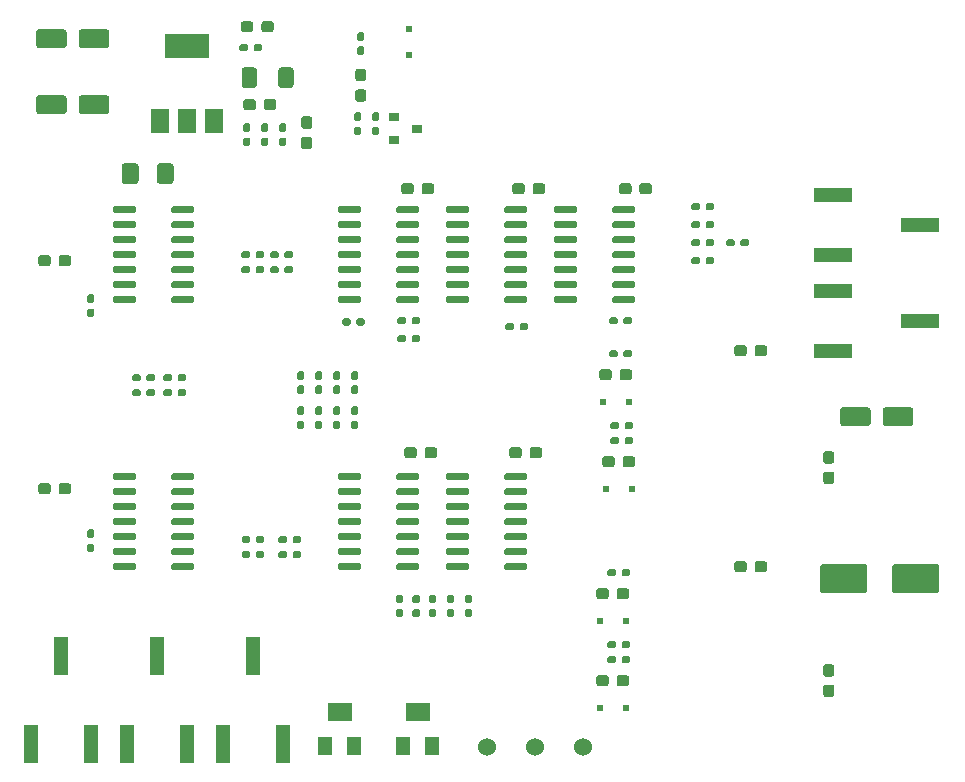
<source format=gbr>
%TF.GenerationSoftware,KiCad,Pcbnew,(5.1.10)-1*%
%TF.CreationDate,2022-04-28T16:13:21+02:00*%
%TF.ProjectId,BSPD-CV_3_0_03RC_B,42535044-2d43-4565-9f33-5f305f303352,rev?*%
%TF.SameCoordinates,Original*%
%TF.FileFunction,Paste,Top*%
%TF.FilePolarity,Positive*%
%FSLAX46Y46*%
G04 Gerber Fmt 4.6, Leading zero omitted, Abs format (unit mm)*
G04 Created by KiCad (PCBNEW (5.1.10)-1) date 2022-04-28 16:13:21*
%MOMM*%
%LPD*%
G01*
G04 APERTURE LIST*
%ADD10R,1.500000X2.000000*%
%ADD11R,3.800000X2.000000*%
%ADD12R,0.500000X0.500000*%
%ADD13C,1.524000*%
%ADD14R,1.300000X1.600000*%
%ADD15R,2.000000X1.600000*%
%ADD16R,1.300000X3.300000*%
%ADD17R,3.300000X1.300000*%
%ADD18R,0.900000X0.800000*%
G04 APERTURE END LIST*
D10*
%TO.C,U1*%
X168896000Y-105004000D03*
X173496000Y-105004000D03*
X171196000Y-105004000D03*
D11*
X171196000Y-98704000D03*
%TD*%
%TO.C,R58*%
G36*
G01*
X177024000Y-117762000D02*
X177024000Y-117442000D01*
G75*
G02*
X177184000Y-117282000I160000J0D01*
G01*
X177579000Y-117282000D01*
G75*
G02*
X177739000Y-117442000I0J-160000D01*
G01*
X177739000Y-117762000D01*
G75*
G02*
X177579000Y-117922000I-160000J0D01*
G01*
X177184000Y-117922000D01*
G75*
G02*
X177024000Y-117762000I0J160000D01*
G01*
G37*
G36*
G01*
X175829000Y-117762000D02*
X175829000Y-117442000D01*
G75*
G02*
X175989000Y-117282000I160000J0D01*
G01*
X176384000Y-117282000D01*
G75*
G02*
X176544000Y-117442000I0J-160000D01*
G01*
X176544000Y-117762000D01*
G75*
G02*
X176384000Y-117922000I-160000J0D01*
G01*
X175989000Y-117922000D01*
G75*
G02*
X175829000Y-117762000I0J160000D01*
G01*
G37*
%TD*%
%TO.C,R48*%
G36*
G01*
X177024000Y-116492000D02*
X177024000Y-116172000D01*
G75*
G02*
X177184000Y-116012000I160000J0D01*
G01*
X177579000Y-116012000D01*
G75*
G02*
X177739000Y-116172000I0J-160000D01*
G01*
X177739000Y-116492000D01*
G75*
G02*
X177579000Y-116652000I-160000J0D01*
G01*
X177184000Y-116652000D01*
G75*
G02*
X177024000Y-116492000I0J160000D01*
G01*
G37*
G36*
G01*
X175829000Y-116492000D02*
X175829000Y-116172000D01*
G75*
G02*
X175989000Y-116012000I160000J0D01*
G01*
X176384000Y-116012000D01*
G75*
G02*
X176544000Y-116172000I0J-160000D01*
G01*
X176544000Y-116492000D01*
G75*
G02*
X176384000Y-116652000I-160000J0D01*
G01*
X175989000Y-116652000D01*
G75*
G02*
X175829000Y-116492000I0J160000D01*
G01*
G37*
%TD*%
%TO.C,C95*%
G36*
G01*
X218623000Y-142510500D02*
X218623000Y-142985500D01*
G75*
G02*
X218385500Y-143223000I-237500J0D01*
G01*
X217785500Y-143223000D01*
G75*
G02*
X217548000Y-142985500I0J237500D01*
G01*
X217548000Y-142510500D01*
G75*
G02*
X217785500Y-142273000I237500J0D01*
G01*
X218385500Y-142273000D01*
G75*
G02*
X218623000Y-142510500I0J-237500D01*
G01*
G37*
G36*
G01*
X220348000Y-142510500D02*
X220348000Y-142985500D01*
G75*
G02*
X220110500Y-143223000I-237500J0D01*
G01*
X219510500Y-143223000D01*
G75*
G02*
X219273000Y-142985500I0J237500D01*
G01*
X219273000Y-142510500D01*
G75*
G02*
X219510500Y-142273000I237500J0D01*
G01*
X220110500Y-142273000D01*
G75*
G02*
X220348000Y-142510500I0J-237500D01*
G01*
G37*
%TD*%
%TO.C,C85*%
G36*
G01*
X218623000Y-124222500D02*
X218623000Y-124697500D01*
G75*
G02*
X218385500Y-124935000I-237500J0D01*
G01*
X217785500Y-124935000D01*
G75*
G02*
X217548000Y-124697500I0J237500D01*
G01*
X217548000Y-124222500D01*
G75*
G02*
X217785500Y-123985000I237500J0D01*
G01*
X218385500Y-123985000D01*
G75*
G02*
X218623000Y-124222500I0J-237500D01*
G01*
G37*
G36*
G01*
X220348000Y-124222500D02*
X220348000Y-124697500D01*
G75*
G02*
X220110500Y-124935000I-237500J0D01*
G01*
X219510500Y-124935000D01*
G75*
G02*
X219273000Y-124697500I0J237500D01*
G01*
X219273000Y-124222500D01*
G75*
G02*
X219510500Y-123985000I237500J0D01*
G01*
X220110500Y-123985000D01*
G75*
G02*
X220348000Y-124222500I0J-237500D01*
G01*
G37*
%TD*%
%TO.C,R33*%
G36*
G01*
X176116000Y-106412000D02*
X176436000Y-106412000D01*
G75*
G02*
X176596000Y-106572000I0J-160000D01*
G01*
X176596000Y-106967000D01*
G75*
G02*
X176436000Y-107127000I-160000J0D01*
G01*
X176116000Y-107127000D01*
G75*
G02*
X175956000Y-106967000I0J160000D01*
G01*
X175956000Y-106572000D01*
G75*
G02*
X176116000Y-106412000I160000J0D01*
G01*
G37*
G36*
G01*
X176116000Y-105217000D02*
X176436000Y-105217000D01*
G75*
G02*
X176596000Y-105377000I0J-160000D01*
G01*
X176596000Y-105772000D01*
G75*
G02*
X176436000Y-105932000I-160000J0D01*
G01*
X176116000Y-105932000D01*
G75*
G02*
X175956000Y-105772000I0J160000D01*
G01*
X175956000Y-105377000D01*
G75*
G02*
X176116000Y-105217000I160000J0D01*
G01*
G37*
%TD*%
%TO.C,R31*%
G36*
G01*
X177640000Y-106412000D02*
X177960000Y-106412000D01*
G75*
G02*
X178120000Y-106572000I0J-160000D01*
G01*
X178120000Y-106967000D01*
G75*
G02*
X177960000Y-107127000I-160000J0D01*
G01*
X177640000Y-107127000D01*
G75*
G02*
X177480000Y-106967000I0J160000D01*
G01*
X177480000Y-106572000D01*
G75*
G02*
X177640000Y-106412000I160000J0D01*
G01*
G37*
G36*
G01*
X177640000Y-105217000D02*
X177960000Y-105217000D01*
G75*
G02*
X178120000Y-105377000I0J-160000D01*
G01*
X178120000Y-105772000D01*
G75*
G02*
X177960000Y-105932000I-160000J0D01*
G01*
X177640000Y-105932000D01*
G75*
G02*
X177480000Y-105772000I0J160000D01*
G01*
X177480000Y-105377000D01*
G75*
G02*
X177640000Y-105217000I160000J0D01*
G01*
G37*
%TD*%
%TO.C,C32*%
G36*
G01*
X181593500Y-105693500D02*
X181118500Y-105693500D01*
G75*
G02*
X180881000Y-105456000I0J237500D01*
G01*
X180881000Y-104856000D01*
G75*
G02*
X181118500Y-104618500I237500J0D01*
G01*
X181593500Y-104618500D01*
G75*
G02*
X181831000Y-104856000I0J-237500D01*
G01*
X181831000Y-105456000D01*
G75*
G02*
X181593500Y-105693500I-237500J0D01*
G01*
G37*
G36*
G01*
X181593500Y-107418500D02*
X181118500Y-107418500D01*
G75*
G02*
X180881000Y-107181000I0J237500D01*
G01*
X180881000Y-106581000D01*
G75*
G02*
X181118500Y-106343500I237500J0D01*
G01*
X181593500Y-106343500D01*
G75*
G02*
X181831000Y-106581000I0J-237500D01*
G01*
X181831000Y-107181000D01*
G75*
G02*
X181593500Y-107418500I-237500J0D01*
G01*
G37*
%TD*%
%TO.C,C84*%
G36*
G01*
X230116000Y-130598000D02*
X230116000Y-129498000D01*
G75*
G02*
X230366000Y-129248000I250000J0D01*
G01*
X232466000Y-129248000D01*
G75*
G02*
X232716000Y-129498000I0J-250000D01*
G01*
X232716000Y-130598000D01*
G75*
G02*
X232466000Y-130848000I-250000J0D01*
G01*
X230366000Y-130848000D01*
G75*
G02*
X230116000Y-130598000I0J250000D01*
G01*
G37*
G36*
G01*
X226516000Y-130598000D02*
X226516000Y-129498000D01*
G75*
G02*
X226766000Y-129248000I250000J0D01*
G01*
X228866000Y-129248000D01*
G75*
G02*
X229116000Y-129498000I0J-250000D01*
G01*
X229116000Y-130598000D01*
G75*
G02*
X228866000Y-130848000I-250000J0D01*
G01*
X226766000Y-130848000D01*
G75*
G02*
X226516000Y-130598000I0J250000D01*
G01*
G37*
%TD*%
%TO.C,F11*%
G36*
G01*
X168669000Y-110099000D02*
X168669000Y-108849000D01*
G75*
G02*
X168919000Y-108599000I250000J0D01*
G01*
X169844000Y-108599000D01*
G75*
G02*
X170094000Y-108849000I0J-250000D01*
G01*
X170094000Y-110099000D01*
G75*
G02*
X169844000Y-110349000I-250000J0D01*
G01*
X168919000Y-110349000D01*
G75*
G02*
X168669000Y-110099000I0J250000D01*
G01*
G37*
G36*
G01*
X165694000Y-110099000D02*
X165694000Y-108849000D01*
G75*
G02*
X165944000Y-108599000I250000J0D01*
G01*
X166869000Y-108599000D01*
G75*
G02*
X167119000Y-108849000I0J-250000D01*
G01*
X167119000Y-110099000D01*
G75*
G02*
X166869000Y-110349000I-250000J0D01*
G01*
X165944000Y-110349000D01*
G75*
G02*
X165694000Y-110099000I0J250000D01*
G01*
G37*
%TD*%
D12*
%TO.C,D102*%
X189992000Y-99398000D03*
X189992000Y-97198000D03*
%TD*%
%TO.C,U8*%
G36*
G01*
X188952000Y-135278000D02*
X188952000Y-134978000D01*
G75*
G02*
X189102000Y-134828000I150000J0D01*
G01*
X190752000Y-134828000D01*
G75*
G02*
X190902000Y-134978000I0J-150000D01*
G01*
X190902000Y-135278000D01*
G75*
G02*
X190752000Y-135428000I-150000J0D01*
G01*
X189102000Y-135428000D01*
G75*
G02*
X188952000Y-135278000I0J150000D01*
G01*
G37*
G36*
G01*
X188952000Y-136548000D02*
X188952000Y-136248000D01*
G75*
G02*
X189102000Y-136098000I150000J0D01*
G01*
X190752000Y-136098000D01*
G75*
G02*
X190902000Y-136248000I0J-150000D01*
G01*
X190902000Y-136548000D01*
G75*
G02*
X190752000Y-136698000I-150000J0D01*
G01*
X189102000Y-136698000D01*
G75*
G02*
X188952000Y-136548000I0J150000D01*
G01*
G37*
G36*
G01*
X188952000Y-137818000D02*
X188952000Y-137518000D01*
G75*
G02*
X189102000Y-137368000I150000J0D01*
G01*
X190752000Y-137368000D01*
G75*
G02*
X190902000Y-137518000I0J-150000D01*
G01*
X190902000Y-137818000D01*
G75*
G02*
X190752000Y-137968000I-150000J0D01*
G01*
X189102000Y-137968000D01*
G75*
G02*
X188952000Y-137818000I0J150000D01*
G01*
G37*
G36*
G01*
X188952000Y-139088000D02*
X188952000Y-138788000D01*
G75*
G02*
X189102000Y-138638000I150000J0D01*
G01*
X190752000Y-138638000D01*
G75*
G02*
X190902000Y-138788000I0J-150000D01*
G01*
X190902000Y-139088000D01*
G75*
G02*
X190752000Y-139238000I-150000J0D01*
G01*
X189102000Y-139238000D01*
G75*
G02*
X188952000Y-139088000I0J150000D01*
G01*
G37*
G36*
G01*
X188952000Y-140358000D02*
X188952000Y-140058000D01*
G75*
G02*
X189102000Y-139908000I150000J0D01*
G01*
X190752000Y-139908000D01*
G75*
G02*
X190902000Y-140058000I0J-150000D01*
G01*
X190902000Y-140358000D01*
G75*
G02*
X190752000Y-140508000I-150000J0D01*
G01*
X189102000Y-140508000D01*
G75*
G02*
X188952000Y-140358000I0J150000D01*
G01*
G37*
G36*
G01*
X188952000Y-141628000D02*
X188952000Y-141328000D01*
G75*
G02*
X189102000Y-141178000I150000J0D01*
G01*
X190752000Y-141178000D01*
G75*
G02*
X190902000Y-141328000I0J-150000D01*
G01*
X190902000Y-141628000D01*
G75*
G02*
X190752000Y-141778000I-150000J0D01*
G01*
X189102000Y-141778000D01*
G75*
G02*
X188952000Y-141628000I0J150000D01*
G01*
G37*
G36*
G01*
X188952000Y-142898000D02*
X188952000Y-142598000D01*
G75*
G02*
X189102000Y-142448000I150000J0D01*
G01*
X190752000Y-142448000D01*
G75*
G02*
X190902000Y-142598000I0J-150000D01*
G01*
X190902000Y-142898000D01*
G75*
G02*
X190752000Y-143048000I-150000J0D01*
G01*
X189102000Y-143048000D01*
G75*
G02*
X188952000Y-142898000I0J150000D01*
G01*
G37*
G36*
G01*
X184002000Y-142898000D02*
X184002000Y-142598000D01*
G75*
G02*
X184152000Y-142448000I150000J0D01*
G01*
X185802000Y-142448000D01*
G75*
G02*
X185952000Y-142598000I0J-150000D01*
G01*
X185952000Y-142898000D01*
G75*
G02*
X185802000Y-143048000I-150000J0D01*
G01*
X184152000Y-143048000D01*
G75*
G02*
X184002000Y-142898000I0J150000D01*
G01*
G37*
G36*
G01*
X184002000Y-141628000D02*
X184002000Y-141328000D01*
G75*
G02*
X184152000Y-141178000I150000J0D01*
G01*
X185802000Y-141178000D01*
G75*
G02*
X185952000Y-141328000I0J-150000D01*
G01*
X185952000Y-141628000D01*
G75*
G02*
X185802000Y-141778000I-150000J0D01*
G01*
X184152000Y-141778000D01*
G75*
G02*
X184002000Y-141628000I0J150000D01*
G01*
G37*
G36*
G01*
X184002000Y-140358000D02*
X184002000Y-140058000D01*
G75*
G02*
X184152000Y-139908000I150000J0D01*
G01*
X185802000Y-139908000D01*
G75*
G02*
X185952000Y-140058000I0J-150000D01*
G01*
X185952000Y-140358000D01*
G75*
G02*
X185802000Y-140508000I-150000J0D01*
G01*
X184152000Y-140508000D01*
G75*
G02*
X184002000Y-140358000I0J150000D01*
G01*
G37*
G36*
G01*
X184002000Y-139088000D02*
X184002000Y-138788000D01*
G75*
G02*
X184152000Y-138638000I150000J0D01*
G01*
X185802000Y-138638000D01*
G75*
G02*
X185952000Y-138788000I0J-150000D01*
G01*
X185952000Y-139088000D01*
G75*
G02*
X185802000Y-139238000I-150000J0D01*
G01*
X184152000Y-139238000D01*
G75*
G02*
X184002000Y-139088000I0J150000D01*
G01*
G37*
G36*
G01*
X184002000Y-137818000D02*
X184002000Y-137518000D01*
G75*
G02*
X184152000Y-137368000I150000J0D01*
G01*
X185802000Y-137368000D01*
G75*
G02*
X185952000Y-137518000I0J-150000D01*
G01*
X185952000Y-137818000D01*
G75*
G02*
X185802000Y-137968000I-150000J0D01*
G01*
X184152000Y-137968000D01*
G75*
G02*
X184002000Y-137818000I0J150000D01*
G01*
G37*
G36*
G01*
X184002000Y-136548000D02*
X184002000Y-136248000D01*
G75*
G02*
X184152000Y-136098000I150000J0D01*
G01*
X185802000Y-136098000D01*
G75*
G02*
X185952000Y-136248000I0J-150000D01*
G01*
X185952000Y-136548000D01*
G75*
G02*
X185802000Y-136698000I-150000J0D01*
G01*
X184152000Y-136698000D01*
G75*
G02*
X184002000Y-136548000I0J150000D01*
G01*
G37*
G36*
G01*
X184002000Y-135278000D02*
X184002000Y-134978000D01*
G75*
G02*
X184152000Y-134828000I150000J0D01*
G01*
X185802000Y-134828000D01*
G75*
G02*
X185952000Y-134978000I0J-150000D01*
G01*
X185952000Y-135278000D01*
G75*
G02*
X185802000Y-135428000I-150000J0D01*
G01*
X184152000Y-135428000D01*
G75*
G02*
X184002000Y-135278000I0J150000D01*
G01*
G37*
%TD*%
%TO.C,U5*%
G36*
G01*
X198096000Y-135278000D02*
X198096000Y-134978000D01*
G75*
G02*
X198246000Y-134828000I150000J0D01*
G01*
X199896000Y-134828000D01*
G75*
G02*
X200046000Y-134978000I0J-150000D01*
G01*
X200046000Y-135278000D01*
G75*
G02*
X199896000Y-135428000I-150000J0D01*
G01*
X198246000Y-135428000D01*
G75*
G02*
X198096000Y-135278000I0J150000D01*
G01*
G37*
G36*
G01*
X198096000Y-136548000D02*
X198096000Y-136248000D01*
G75*
G02*
X198246000Y-136098000I150000J0D01*
G01*
X199896000Y-136098000D01*
G75*
G02*
X200046000Y-136248000I0J-150000D01*
G01*
X200046000Y-136548000D01*
G75*
G02*
X199896000Y-136698000I-150000J0D01*
G01*
X198246000Y-136698000D01*
G75*
G02*
X198096000Y-136548000I0J150000D01*
G01*
G37*
G36*
G01*
X198096000Y-137818000D02*
X198096000Y-137518000D01*
G75*
G02*
X198246000Y-137368000I150000J0D01*
G01*
X199896000Y-137368000D01*
G75*
G02*
X200046000Y-137518000I0J-150000D01*
G01*
X200046000Y-137818000D01*
G75*
G02*
X199896000Y-137968000I-150000J0D01*
G01*
X198246000Y-137968000D01*
G75*
G02*
X198096000Y-137818000I0J150000D01*
G01*
G37*
G36*
G01*
X198096000Y-139088000D02*
X198096000Y-138788000D01*
G75*
G02*
X198246000Y-138638000I150000J0D01*
G01*
X199896000Y-138638000D01*
G75*
G02*
X200046000Y-138788000I0J-150000D01*
G01*
X200046000Y-139088000D01*
G75*
G02*
X199896000Y-139238000I-150000J0D01*
G01*
X198246000Y-139238000D01*
G75*
G02*
X198096000Y-139088000I0J150000D01*
G01*
G37*
G36*
G01*
X198096000Y-140358000D02*
X198096000Y-140058000D01*
G75*
G02*
X198246000Y-139908000I150000J0D01*
G01*
X199896000Y-139908000D01*
G75*
G02*
X200046000Y-140058000I0J-150000D01*
G01*
X200046000Y-140358000D01*
G75*
G02*
X199896000Y-140508000I-150000J0D01*
G01*
X198246000Y-140508000D01*
G75*
G02*
X198096000Y-140358000I0J150000D01*
G01*
G37*
G36*
G01*
X198096000Y-141628000D02*
X198096000Y-141328000D01*
G75*
G02*
X198246000Y-141178000I150000J0D01*
G01*
X199896000Y-141178000D01*
G75*
G02*
X200046000Y-141328000I0J-150000D01*
G01*
X200046000Y-141628000D01*
G75*
G02*
X199896000Y-141778000I-150000J0D01*
G01*
X198246000Y-141778000D01*
G75*
G02*
X198096000Y-141628000I0J150000D01*
G01*
G37*
G36*
G01*
X198096000Y-142898000D02*
X198096000Y-142598000D01*
G75*
G02*
X198246000Y-142448000I150000J0D01*
G01*
X199896000Y-142448000D01*
G75*
G02*
X200046000Y-142598000I0J-150000D01*
G01*
X200046000Y-142898000D01*
G75*
G02*
X199896000Y-143048000I-150000J0D01*
G01*
X198246000Y-143048000D01*
G75*
G02*
X198096000Y-142898000I0J150000D01*
G01*
G37*
G36*
G01*
X193146000Y-142898000D02*
X193146000Y-142598000D01*
G75*
G02*
X193296000Y-142448000I150000J0D01*
G01*
X194946000Y-142448000D01*
G75*
G02*
X195096000Y-142598000I0J-150000D01*
G01*
X195096000Y-142898000D01*
G75*
G02*
X194946000Y-143048000I-150000J0D01*
G01*
X193296000Y-143048000D01*
G75*
G02*
X193146000Y-142898000I0J150000D01*
G01*
G37*
G36*
G01*
X193146000Y-141628000D02*
X193146000Y-141328000D01*
G75*
G02*
X193296000Y-141178000I150000J0D01*
G01*
X194946000Y-141178000D01*
G75*
G02*
X195096000Y-141328000I0J-150000D01*
G01*
X195096000Y-141628000D01*
G75*
G02*
X194946000Y-141778000I-150000J0D01*
G01*
X193296000Y-141778000D01*
G75*
G02*
X193146000Y-141628000I0J150000D01*
G01*
G37*
G36*
G01*
X193146000Y-140358000D02*
X193146000Y-140058000D01*
G75*
G02*
X193296000Y-139908000I150000J0D01*
G01*
X194946000Y-139908000D01*
G75*
G02*
X195096000Y-140058000I0J-150000D01*
G01*
X195096000Y-140358000D01*
G75*
G02*
X194946000Y-140508000I-150000J0D01*
G01*
X193296000Y-140508000D01*
G75*
G02*
X193146000Y-140358000I0J150000D01*
G01*
G37*
G36*
G01*
X193146000Y-139088000D02*
X193146000Y-138788000D01*
G75*
G02*
X193296000Y-138638000I150000J0D01*
G01*
X194946000Y-138638000D01*
G75*
G02*
X195096000Y-138788000I0J-150000D01*
G01*
X195096000Y-139088000D01*
G75*
G02*
X194946000Y-139238000I-150000J0D01*
G01*
X193296000Y-139238000D01*
G75*
G02*
X193146000Y-139088000I0J150000D01*
G01*
G37*
G36*
G01*
X193146000Y-137818000D02*
X193146000Y-137518000D01*
G75*
G02*
X193296000Y-137368000I150000J0D01*
G01*
X194946000Y-137368000D01*
G75*
G02*
X195096000Y-137518000I0J-150000D01*
G01*
X195096000Y-137818000D01*
G75*
G02*
X194946000Y-137968000I-150000J0D01*
G01*
X193296000Y-137968000D01*
G75*
G02*
X193146000Y-137818000I0J150000D01*
G01*
G37*
G36*
G01*
X193146000Y-136548000D02*
X193146000Y-136248000D01*
G75*
G02*
X193296000Y-136098000I150000J0D01*
G01*
X194946000Y-136098000D01*
G75*
G02*
X195096000Y-136248000I0J-150000D01*
G01*
X195096000Y-136548000D01*
G75*
G02*
X194946000Y-136698000I-150000J0D01*
G01*
X193296000Y-136698000D01*
G75*
G02*
X193146000Y-136548000I0J150000D01*
G01*
G37*
G36*
G01*
X193146000Y-135278000D02*
X193146000Y-134978000D01*
G75*
G02*
X193296000Y-134828000I150000J0D01*
G01*
X194946000Y-134828000D01*
G75*
G02*
X195096000Y-134978000I0J-150000D01*
G01*
X195096000Y-135278000D01*
G75*
G02*
X194946000Y-135428000I-150000J0D01*
G01*
X193296000Y-135428000D01*
G75*
G02*
X193146000Y-135278000I0J150000D01*
G01*
G37*
%TD*%
%TO.C,U4*%
G36*
G01*
X198096000Y-112672000D02*
X198096000Y-112372000D01*
G75*
G02*
X198246000Y-112222000I150000J0D01*
G01*
X199896000Y-112222000D01*
G75*
G02*
X200046000Y-112372000I0J-150000D01*
G01*
X200046000Y-112672000D01*
G75*
G02*
X199896000Y-112822000I-150000J0D01*
G01*
X198246000Y-112822000D01*
G75*
G02*
X198096000Y-112672000I0J150000D01*
G01*
G37*
G36*
G01*
X198096000Y-113942000D02*
X198096000Y-113642000D01*
G75*
G02*
X198246000Y-113492000I150000J0D01*
G01*
X199896000Y-113492000D01*
G75*
G02*
X200046000Y-113642000I0J-150000D01*
G01*
X200046000Y-113942000D01*
G75*
G02*
X199896000Y-114092000I-150000J0D01*
G01*
X198246000Y-114092000D01*
G75*
G02*
X198096000Y-113942000I0J150000D01*
G01*
G37*
G36*
G01*
X198096000Y-115212000D02*
X198096000Y-114912000D01*
G75*
G02*
X198246000Y-114762000I150000J0D01*
G01*
X199896000Y-114762000D01*
G75*
G02*
X200046000Y-114912000I0J-150000D01*
G01*
X200046000Y-115212000D01*
G75*
G02*
X199896000Y-115362000I-150000J0D01*
G01*
X198246000Y-115362000D01*
G75*
G02*
X198096000Y-115212000I0J150000D01*
G01*
G37*
G36*
G01*
X198096000Y-116482000D02*
X198096000Y-116182000D01*
G75*
G02*
X198246000Y-116032000I150000J0D01*
G01*
X199896000Y-116032000D01*
G75*
G02*
X200046000Y-116182000I0J-150000D01*
G01*
X200046000Y-116482000D01*
G75*
G02*
X199896000Y-116632000I-150000J0D01*
G01*
X198246000Y-116632000D01*
G75*
G02*
X198096000Y-116482000I0J150000D01*
G01*
G37*
G36*
G01*
X198096000Y-117752000D02*
X198096000Y-117452000D01*
G75*
G02*
X198246000Y-117302000I150000J0D01*
G01*
X199896000Y-117302000D01*
G75*
G02*
X200046000Y-117452000I0J-150000D01*
G01*
X200046000Y-117752000D01*
G75*
G02*
X199896000Y-117902000I-150000J0D01*
G01*
X198246000Y-117902000D01*
G75*
G02*
X198096000Y-117752000I0J150000D01*
G01*
G37*
G36*
G01*
X198096000Y-119022000D02*
X198096000Y-118722000D01*
G75*
G02*
X198246000Y-118572000I150000J0D01*
G01*
X199896000Y-118572000D01*
G75*
G02*
X200046000Y-118722000I0J-150000D01*
G01*
X200046000Y-119022000D01*
G75*
G02*
X199896000Y-119172000I-150000J0D01*
G01*
X198246000Y-119172000D01*
G75*
G02*
X198096000Y-119022000I0J150000D01*
G01*
G37*
G36*
G01*
X198096000Y-120292000D02*
X198096000Y-119992000D01*
G75*
G02*
X198246000Y-119842000I150000J0D01*
G01*
X199896000Y-119842000D01*
G75*
G02*
X200046000Y-119992000I0J-150000D01*
G01*
X200046000Y-120292000D01*
G75*
G02*
X199896000Y-120442000I-150000J0D01*
G01*
X198246000Y-120442000D01*
G75*
G02*
X198096000Y-120292000I0J150000D01*
G01*
G37*
G36*
G01*
X193146000Y-120292000D02*
X193146000Y-119992000D01*
G75*
G02*
X193296000Y-119842000I150000J0D01*
G01*
X194946000Y-119842000D01*
G75*
G02*
X195096000Y-119992000I0J-150000D01*
G01*
X195096000Y-120292000D01*
G75*
G02*
X194946000Y-120442000I-150000J0D01*
G01*
X193296000Y-120442000D01*
G75*
G02*
X193146000Y-120292000I0J150000D01*
G01*
G37*
G36*
G01*
X193146000Y-119022000D02*
X193146000Y-118722000D01*
G75*
G02*
X193296000Y-118572000I150000J0D01*
G01*
X194946000Y-118572000D01*
G75*
G02*
X195096000Y-118722000I0J-150000D01*
G01*
X195096000Y-119022000D01*
G75*
G02*
X194946000Y-119172000I-150000J0D01*
G01*
X193296000Y-119172000D01*
G75*
G02*
X193146000Y-119022000I0J150000D01*
G01*
G37*
G36*
G01*
X193146000Y-117752000D02*
X193146000Y-117452000D01*
G75*
G02*
X193296000Y-117302000I150000J0D01*
G01*
X194946000Y-117302000D01*
G75*
G02*
X195096000Y-117452000I0J-150000D01*
G01*
X195096000Y-117752000D01*
G75*
G02*
X194946000Y-117902000I-150000J0D01*
G01*
X193296000Y-117902000D01*
G75*
G02*
X193146000Y-117752000I0J150000D01*
G01*
G37*
G36*
G01*
X193146000Y-116482000D02*
X193146000Y-116182000D01*
G75*
G02*
X193296000Y-116032000I150000J0D01*
G01*
X194946000Y-116032000D01*
G75*
G02*
X195096000Y-116182000I0J-150000D01*
G01*
X195096000Y-116482000D01*
G75*
G02*
X194946000Y-116632000I-150000J0D01*
G01*
X193296000Y-116632000D01*
G75*
G02*
X193146000Y-116482000I0J150000D01*
G01*
G37*
G36*
G01*
X193146000Y-115212000D02*
X193146000Y-114912000D01*
G75*
G02*
X193296000Y-114762000I150000J0D01*
G01*
X194946000Y-114762000D01*
G75*
G02*
X195096000Y-114912000I0J-150000D01*
G01*
X195096000Y-115212000D01*
G75*
G02*
X194946000Y-115362000I-150000J0D01*
G01*
X193296000Y-115362000D01*
G75*
G02*
X193146000Y-115212000I0J150000D01*
G01*
G37*
G36*
G01*
X193146000Y-113942000D02*
X193146000Y-113642000D01*
G75*
G02*
X193296000Y-113492000I150000J0D01*
G01*
X194946000Y-113492000D01*
G75*
G02*
X195096000Y-113642000I0J-150000D01*
G01*
X195096000Y-113942000D01*
G75*
G02*
X194946000Y-114092000I-150000J0D01*
G01*
X193296000Y-114092000D01*
G75*
G02*
X193146000Y-113942000I0J150000D01*
G01*
G37*
G36*
G01*
X193146000Y-112672000D02*
X193146000Y-112372000D01*
G75*
G02*
X193296000Y-112222000I150000J0D01*
G01*
X194946000Y-112222000D01*
G75*
G02*
X195096000Y-112372000I0J-150000D01*
G01*
X195096000Y-112672000D01*
G75*
G02*
X194946000Y-112822000I-150000J0D01*
G01*
X193296000Y-112822000D01*
G75*
G02*
X193146000Y-112672000I0J150000D01*
G01*
G37*
%TD*%
%TO.C,U3*%
G36*
G01*
X188952000Y-112672000D02*
X188952000Y-112372000D01*
G75*
G02*
X189102000Y-112222000I150000J0D01*
G01*
X190752000Y-112222000D01*
G75*
G02*
X190902000Y-112372000I0J-150000D01*
G01*
X190902000Y-112672000D01*
G75*
G02*
X190752000Y-112822000I-150000J0D01*
G01*
X189102000Y-112822000D01*
G75*
G02*
X188952000Y-112672000I0J150000D01*
G01*
G37*
G36*
G01*
X188952000Y-113942000D02*
X188952000Y-113642000D01*
G75*
G02*
X189102000Y-113492000I150000J0D01*
G01*
X190752000Y-113492000D01*
G75*
G02*
X190902000Y-113642000I0J-150000D01*
G01*
X190902000Y-113942000D01*
G75*
G02*
X190752000Y-114092000I-150000J0D01*
G01*
X189102000Y-114092000D01*
G75*
G02*
X188952000Y-113942000I0J150000D01*
G01*
G37*
G36*
G01*
X188952000Y-115212000D02*
X188952000Y-114912000D01*
G75*
G02*
X189102000Y-114762000I150000J0D01*
G01*
X190752000Y-114762000D01*
G75*
G02*
X190902000Y-114912000I0J-150000D01*
G01*
X190902000Y-115212000D01*
G75*
G02*
X190752000Y-115362000I-150000J0D01*
G01*
X189102000Y-115362000D01*
G75*
G02*
X188952000Y-115212000I0J150000D01*
G01*
G37*
G36*
G01*
X188952000Y-116482000D02*
X188952000Y-116182000D01*
G75*
G02*
X189102000Y-116032000I150000J0D01*
G01*
X190752000Y-116032000D01*
G75*
G02*
X190902000Y-116182000I0J-150000D01*
G01*
X190902000Y-116482000D01*
G75*
G02*
X190752000Y-116632000I-150000J0D01*
G01*
X189102000Y-116632000D01*
G75*
G02*
X188952000Y-116482000I0J150000D01*
G01*
G37*
G36*
G01*
X188952000Y-117752000D02*
X188952000Y-117452000D01*
G75*
G02*
X189102000Y-117302000I150000J0D01*
G01*
X190752000Y-117302000D01*
G75*
G02*
X190902000Y-117452000I0J-150000D01*
G01*
X190902000Y-117752000D01*
G75*
G02*
X190752000Y-117902000I-150000J0D01*
G01*
X189102000Y-117902000D01*
G75*
G02*
X188952000Y-117752000I0J150000D01*
G01*
G37*
G36*
G01*
X188952000Y-119022000D02*
X188952000Y-118722000D01*
G75*
G02*
X189102000Y-118572000I150000J0D01*
G01*
X190752000Y-118572000D01*
G75*
G02*
X190902000Y-118722000I0J-150000D01*
G01*
X190902000Y-119022000D01*
G75*
G02*
X190752000Y-119172000I-150000J0D01*
G01*
X189102000Y-119172000D01*
G75*
G02*
X188952000Y-119022000I0J150000D01*
G01*
G37*
G36*
G01*
X188952000Y-120292000D02*
X188952000Y-119992000D01*
G75*
G02*
X189102000Y-119842000I150000J0D01*
G01*
X190752000Y-119842000D01*
G75*
G02*
X190902000Y-119992000I0J-150000D01*
G01*
X190902000Y-120292000D01*
G75*
G02*
X190752000Y-120442000I-150000J0D01*
G01*
X189102000Y-120442000D01*
G75*
G02*
X188952000Y-120292000I0J150000D01*
G01*
G37*
G36*
G01*
X184002000Y-120292000D02*
X184002000Y-119992000D01*
G75*
G02*
X184152000Y-119842000I150000J0D01*
G01*
X185802000Y-119842000D01*
G75*
G02*
X185952000Y-119992000I0J-150000D01*
G01*
X185952000Y-120292000D01*
G75*
G02*
X185802000Y-120442000I-150000J0D01*
G01*
X184152000Y-120442000D01*
G75*
G02*
X184002000Y-120292000I0J150000D01*
G01*
G37*
G36*
G01*
X184002000Y-119022000D02*
X184002000Y-118722000D01*
G75*
G02*
X184152000Y-118572000I150000J0D01*
G01*
X185802000Y-118572000D01*
G75*
G02*
X185952000Y-118722000I0J-150000D01*
G01*
X185952000Y-119022000D01*
G75*
G02*
X185802000Y-119172000I-150000J0D01*
G01*
X184152000Y-119172000D01*
G75*
G02*
X184002000Y-119022000I0J150000D01*
G01*
G37*
G36*
G01*
X184002000Y-117752000D02*
X184002000Y-117452000D01*
G75*
G02*
X184152000Y-117302000I150000J0D01*
G01*
X185802000Y-117302000D01*
G75*
G02*
X185952000Y-117452000I0J-150000D01*
G01*
X185952000Y-117752000D01*
G75*
G02*
X185802000Y-117902000I-150000J0D01*
G01*
X184152000Y-117902000D01*
G75*
G02*
X184002000Y-117752000I0J150000D01*
G01*
G37*
G36*
G01*
X184002000Y-116482000D02*
X184002000Y-116182000D01*
G75*
G02*
X184152000Y-116032000I150000J0D01*
G01*
X185802000Y-116032000D01*
G75*
G02*
X185952000Y-116182000I0J-150000D01*
G01*
X185952000Y-116482000D01*
G75*
G02*
X185802000Y-116632000I-150000J0D01*
G01*
X184152000Y-116632000D01*
G75*
G02*
X184002000Y-116482000I0J150000D01*
G01*
G37*
G36*
G01*
X184002000Y-115212000D02*
X184002000Y-114912000D01*
G75*
G02*
X184152000Y-114762000I150000J0D01*
G01*
X185802000Y-114762000D01*
G75*
G02*
X185952000Y-114912000I0J-150000D01*
G01*
X185952000Y-115212000D01*
G75*
G02*
X185802000Y-115362000I-150000J0D01*
G01*
X184152000Y-115362000D01*
G75*
G02*
X184002000Y-115212000I0J150000D01*
G01*
G37*
G36*
G01*
X184002000Y-113942000D02*
X184002000Y-113642000D01*
G75*
G02*
X184152000Y-113492000I150000J0D01*
G01*
X185802000Y-113492000D01*
G75*
G02*
X185952000Y-113642000I0J-150000D01*
G01*
X185952000Y-113942000D01*
G75*
G02*
X185802000Y-114092000I-150000J0D01*
G01*
X184152000Y-114092000D01*
G75*
G02*
X184002000Y-113942000I0J150000D01*
G01*
G37*
G36*
G01*
X184002000Y-112672000D02*
X184002000Y-112372000D01*
G75*
G02*
X184152000Y-112222000I150000J0D01*
G01*
X185802000Y-112222000D01*
G75*
G02*
X185952000Y-112372000I0J-150000D01*
G01*
X185952000Y-112672000D01*
G75*
G02*
X185802000Y-112822000I-150000J0D01*
G01*
X184152000Y-112822000D01*
G75*
G02*
X184002000Y-112672000I0J150000D01*
G01*
G37*
%TD*%
%TO.C,U2*%
G36*
G01*
X169902000Y-112672000D02*
X169902000Y-112372000D01*
G75*
G02*
X170052000Y-112222000I150000J0D01*
G01*
X171702000Y-112222000D01*
G75*
G02*
X171852000Y-112372000I0J-150000D01*
G01*
X171852000Y-112672000D01*
G75*
G02*
X171702000Y-112822000I-150000J0D01*
G01*
X170052000Y-112822000D01*
G75*
G02*
X169902000Y-112672000I0J150000D01*
G01*
G37*
G36*
G01*
X169902000Y-113942000D02*
X169902000Y-113642000D01*
G75*
G02*
X170052000Y-113492000I150000J0D01*
G01*
X171702000Y-113492000D01*
G75*
G02*
X171852000Y-113642000I0J-150000D01*
G01*
X171852000Y-113942000D01*
G75*
G02*
X171702000Y-114092000I-150000J0D01*
G01*
X170052000Y-114092000D01*
G75*
G02*
X169902000Y-113942000I0J150000D01*
G01*
G37*
G36*
G01*
X169902000Y-115212000D02*
X169902000Y-114912000D01*
G75*
G02*
X170052000Y-114762000I150000J0D01*
G01*
X171702000Y-114762000D01*
G75*
G02*
X171852000Y-114912000I0J-150000D01*
G01*
X171852000Y-115212000D01*
G75*
G02*
X171702000Y-115362000I-150000J0D01*
G01*
X170052000Y-115362000D01*
G75*
G02*
X169902000Y-115212000I0J150000D01*
G01*
G37*
G36*
G01*
X169902000Y-116482000D02*
X169902000Y-116182000D01*
G75*
G02*
X170052000Y-116032000I150000J0D01*
G01*
X171702000Y-116032000D01*
G75*
G02*
X171852000Y-116182000I0J-150000D01*
G01*
X171852000Y-116482000D01*
G75*
G02*
X171702000Y-116632000I-150000J0D01*
G01*
X170052000Y-116632000D01*
G75*
G02*
X169902000Y-116482000I0J150000D01*
G01*
G37*
G36*
G01*
X169902000Y-117752000D02*
X169902000Y-117452000D01*
G75*
G02*
X170052000Y-117302000I150000J0D01*
G01*
X171702000Y-117302000D01*
G75*
G02*
X171852000Y-117452000I0J-150000D01*
G01*
X171852000Y-117752000D01*
G75*
G02*
X171702000Y-117902000I-150000J0D01*
G01*
X170052000Y-117902000D01*
G75*
G02*
X169902000Y-117752000I0J150000D01*
G01*
G37*
G36*
G01*
X169902000Y-119022000D02*
X169902000Y-118722000D01*
G75*
G02*
X170052000Y-118572000I150000J0D01*
G01*
X171702000Y-118572000D01*
G75*
G02*
X171852000Y-118722000I0J-150000D01*
G01*
X171852000Y-119022000D01*
G75*
G02*
X171702000Y-119172000I-150000J0D01*
G01*
X170052000Y-119172000D01*
G75*
G02*
X169902000Y-119022000I0J150000D01*
G01*
G37*
G36*
G01*
X169902000Y-120292000D02*
X169902000Y-119992000D01*
G75*
G02*
X170052000Y-119842000I150000J0D01*
G01*
X171702000Y-119842000D01*
G75*
G02*
X171852000Y-119992000I0J-150000D01*
G01*
X171852000Y-120292000D01*
G75*
G02*
X171702000Y-120442000I-150000J0D01*
G01*
X170052000Y-120442000D01*
G75*
G02*
X169902000Y-120292000I0J150000D01*
G01*
G37*
G36*
G01*
X164952000Y-120292000D02*
X164952000Y-119992000D01*
G75*
G02*
X165102000Y-119842000I150000J0D01*
G01*
X166752000Y-119842000D01*
G75*
G02*
X166902000Y-119992000I0J-150000D01*
G01*
X166902000Y-120292000D01*
G75*
G02*
X166752000Y-120442000I-150000J0D01*
G01*
X165102000Y-120442000D01*
G75*
G02*
X164952000Y-120292000I0J150000D01*
G01*
G37*
G36*
G01*
X164952000Y-119022000D02*
X164952000Y-118722000D01*
G75*
G02*
X165102000Y-118572000I150000J0D01*
G01*
X166752000Y-118572000D01*
G75*
G02*
X166902000Y-118722000I0J-150000D01*
G01*
X166902000Y-119022000D01*
G75*
G02*
X166752000Y-119172000I-150000J0D01*
G01*
X165102000Y-119172000D01*
G75*
G02*
X164952000Y-119022000I0J150000D01*
G01*
G37*
G36*
G01*
X164952000Y-117752000D02*
X164952000Y-117452000D01*
G75*
G02*
X165102000Y-117302000I150000J0D01*
G01*
X166752000Y-117302000D01*
G75*
G02*
X166902000Y-117452000I0J-150000D01*
G01*
X166902000Y-117752000D01*
G75*
G02*
X166752000Y-117902000I-150000J0D01*
G01*
X165102000Y-117902000D01*
G75*
G02*
X164952000Y-117752000I0J150000D01*
G01*
G37*
G36*
G01*
X164952000Y-116482000D02*
X164952000Y-116182000D01*
G75*
G02*
X165102000Y-116032000I150000J0D01*
G01*
X166752000Y-116032000D01*
G75*
G02*
X166902000Y-116182000I0J-150000D01*
G01*
X166902000Y-116482000D01*
G75*
G02*
X166752000Y-116632000I-150000J0D01*
G01*
X165102000Y-116632000D01*
G75*
G02*
X164952000Y-116482000I0J150000D01*
G01*
G37*
G36*
G01*
X164952000Y-115212000D02*
X164952000Y-114912000D01*
G75*
G02*
X165102000Y-114762000I150000J0D01*
G01*
X166752000Y-114762000D01*
G75*
G02*
X166902000Y-114912000I0J-150000D01*
G01*
X166902000Y-115212000D01*
G75*
G02*
X166752000Y-115362000I-150000J0D01*
G01*
X165102000Y-115362000D01*
G75*
G02*
X164952000Y-115212000I0J150000D01*
G01*
G37*
G36*
G01*
X164952000Y-113942000D02*
X164952000Y-113642000D01*
G75*
G02*
X165102000Y-113492000I150000J0D01*
G01*
X166752000Y-113492000D01*
G75*
G02*
X166902000Y-113642000I0J-150000D01*
G01*
X166902000Y-113942000D01*
G75*
G02*
X166752000Y-114092000I-150000J0D01*
G01*
X165102000Y-114092000D01*
G75*
G02*
X164952000Y-113942000I0J150000D01*
G01*
G37*
G36*
G01*
X164952000Y-112672000D02*
X164952000Y-112372000D01*
G75*
G02*
X165102000Y-112222000I150000J0D01*
G01*
X166752000Y-112222000D01*
G75*
G02*
X166902000Y-112372000I0J-150000D01*
G01*
X166902000Y-112672000D01*
G75*
G02*
X166752000Y-112822000I-150000J0D01*
G01*
X165102000Y-112822000D01*
G75*
G02*
X164952000Y-112672000I0J150000D01*
G01*
G37*
%TD*%
D13*
%TO.C,S3*%
X204724000Y-157988000D03*
%TD*%
%TO.C,S2*%
X200660000Y-157988000D03*
%TD*%
%TO.C,S1*%
X196596000Y-157988000D03*
%TD*%
D14*
%TO.C,VApp1*%
X192004000Y-157914000D03*
D15*
X190754000Y-155014000D03*
D14*
X189504000Y-157914000D03*
%TD*%
%TO.C,VBrk1*%
X185400000Y-157914000D03*
D15*
X184150000Y-155014000D03*
D14*
X182900000Y-157914000D03*
%TD*%
D16*
%TO.C,V0.5*%
X157988000Y-157751000D03*
X160528000Y-150351000D03*
X163068000Y-157751000D03*
%TD*%
%TO.C,V4.5*%
X166116000Y-157751000D03*
X168656000Y-150351000D03*
X171196000Y-157751000D03*
%TD*%
%TO.C,VC1*%
X174244000Y-157751000D03*
X176784000Y-150351000D03*
X179324000Y-157751000D03*
%TD*%
D17*
%TO.C,VT2*%
X225916000Y-119380000D03*
X233316000Y-121920000D03*
X225916000Y-124460000D03*
%TD*%
%TO.C,VT1*%
X225916000Y-111252000D03*
X233316000Y-113792000D03*
X225916000Y-116332000D03*
%TD*%
%TO.C,R54*%
G36*
G01*
X169940000Y-126586000D02*
X169940000Y-126906000D01*
G75*
G02*
X169780000Y-127066000I-160000J0D01*
G01*
X169385000Y-127066000D01*
G75*
G02*
X169225000Y-126906000I0J160000D01*
G01*
X169225000Y-126586000D01*
G75*
G02*
X169385000Y-126426000I160000J0D01*
G01*
X169780000Y-126426000D01*
G75*
G02*
X169940000Y-126586000I0J-160000D01*
G01*
G37*
G36*
G01*
X171135000Y-126586000D02*
X171135000Y-126906000D01*
G75*
G02*
X170975000Y-127066000I-160000J0D01*
G01*
X170580000Y-127066000D01*
G75*
G02*
X170420000Y-126906000I0J160000D01*
G01*
X170420000Y-126586000D01*
G75*
G02*
X170580000Y-126426000I160000J0D01*
G01*
X170975000Y-126426000D01*
G75*
G02*
X171135000Y-126586000I0J-160000D01*
G01*
G37*
%TD*%
%TO.C,R55*%
G36*
G01*
X190232000Y-123604000D02*
X190232000Y-123284000D01*
G75*
G02*
X190392000Y-123124000I160000J0D01*
G01*
X190787000Y-123124000D01*
G75*
G02*
X190947000Y-123284000I0J-160000D01*
G01*
X190947000Y-123604000D01*
G75*
G02*
X190787000Y-123764000I-160000J0D01*
G01*
X190392000Y-123764000D01*
G75*
G02*
X190232000Y-123604000I0J160000D01*
G01*
G37*
G36*
G01*
X189037000Y-123604000D02*
X189037000Y-123284000D01*
G75*
G02*
X189197000Y-123124000I160000J0D01*
G01*
X189592000Y-123124000D01*
G75*
G02*
X189752000Y-123284000I0J-160000D01*
G01*
X189752000Y-123604000D01*
G75*
G02*
X189592000Y-123764000I-160000J0D01*
G01*
X189197000Y-123764000D01*
G75*
G02*
X189037000Y-123604000I0J160000D01*
G01*
G37*
%TD*%
%TO.C,R94*%
G36*
G01*
X207532000Y-143096000D02*
X207532000Y-143416000D01*
G75*
G02*
X207372000Y-143576000I-160000J0D01*
G01*
X206977000Y-143576000D01*
G75*
G02*
X206817000Y-143416000I0J160000D01*
G01*
X206817000Y-143096000D01*
G75*
G02*
X206977000Y-142936000I160000J0D01*
G01*
X207372000Y-142936000D01*
G75*
G02*
X207532000Y-143096000I0J-160000D01*
G01*
G37*
G36*
G01*
X208727000Y-143096000D02*
X208727000Y-143416000D01*
G75*
G02*
X208567000Y-143576000I-160000J0D01*
G01*
X208172000Y-143576000D01*
G75*
G02*
X208012000Y-143416000I0J160000D01*
G01*
X208012000Y-143096000D01*
G75*
G02*
X208172000Y-142936000I160000J0D01*
G01*
X208567000Y-142936000D01*
G75*
G02*
X208727000Y-143096000I0J-160000D01*
G01*
G37*
%TD*%
%TO.C,R53*%
G36*
G01*
X169940000Y-127856000D02*
X169940000Y-128176000D01*
G75*
G02*
X169780000Y-128336000I-160000J0D01*
G01*
X169385000Y-128336000D01*
G75*
G02*
X169225000Y-128176000I0J160000D01*
G01*
X169225000Y-127856000D01*
G75*
G02*
X169385000Y-127696000I160000J0D01*
G01*
X169780000Y-127696000D01*
G75*
G02*
X169940000Y-127856000I0J-160000D01*
G01*
G37*
G36*
G01*
X171135000Y-127856000D02*
X171135000Y-128176000D01*
G75*
G02*
X170975000Y-128336000I-160000J0D01*
G01*
X170580000Y-128336000D01*
G75*
G02*
X170420000Y-128176000I0J160000D01*
G01*
X170420000Y-127856000D01*
G75*
G02*
X170580000Y-127696000I160000J0D01*
G01*
X170975000Y-127696000D01*
G75*
G02*
X171135000Y-127856000I0J-160000D01*
G01*
G37*
%TD*%
%TO.C,R92*%
G36*
G01*
X207532000Y-150462000D02*
X207532000Y-150782000D01*
G75*
G02*
X207372000Y-150942000I-160000J0D01*
G01*
X206977000Y-150942000D01*
G75*
G02*
X206817000Y-150782000I0J160000D01*
G01*
X206817000Y-150462000D01*
G75*
G02*
X206977000Y-150302000I160000J0D01*
G01*
X207372000Y-150302000D01*
G75*
G02*
X207532000Y-150462000I0J-160000D01*
G01*
G37*
G36*
G01*
X208727000Y-150462000D02*
X208727000Y-150782000D01*
G75*
G02*
X208567000Y-150942000I-160000J0D01*
G01*
X208172000Y-150942000D01*
G75*
G02*
X208012000Y-150782000I0J160000D01*
G01*
X208012000Y-150462000D01*
G75*
G02*
X208172000Y-150302000I160000J0D01*
G01*
X208567000Y-150302000D01*
G75*
G02*
X208727000Y-150462000I0J-160000D01*
G01*
G37*
%TD*%
%TO.C,R91*%
G36*
G01*
X208012000Y-149512000D02*
X208012000Y-149192000D01*
G75*
G02*
X208172000Y-149032000I160000J0D01*
G01*
X208567000Y-149032000D01*
G75*
G02*
X208727000Y-149192000I0J-160000D01*
G01*
X208727000Y-149512000D01*
G75*
G02*
X208567000Y-149672000I-160000J0D01*
G01*
X208172000Y-149672000D01*
G75*
G02*
X208012000Y-149512000I0J160000D01*
G01*
G37*
G36*
G01*
X206817000Y-149512000D02*
X206817000Y-149192000D01*
G75*
G02*
X206977000Y-149032000I160000J0D01*
G01*
X207372000Y-149032000D01*
G75*
G02*
X207532000Y-149192000I0J-160000D01*
G01*
X207532000Y-149512000D01*
G75*
G02*
X207372000Y-149672000I-160000J0D01*
G01*
X206977000Y-149672000D01*
G75*
G02*
X206817000Y-149512000I0J160000D01*
G01*
G37*
%TD*%
%TO.C,R51*%
G36*
G01*
X162908000Y-140791500D02*
X163228000Y-140791500D01*
G75*
G02*
X163388000Y-140951500I0J-160000D01*
G01*
X163388000Y-141346500D01*
G75*
G02*
X163228000Y-141506500I-160000J0D01*
G01*
X162908000Y-141506500D01*
G75*
G02*
X162748000Y-141346500I0J160000D01*
G01*
X162748000Y-140951500D01*
G75*
G02*
X162908000Y-140791500I160000J0D01*
G01*
G37*
G36*
G01*
X162908000Y-139596500D02*
X163228000Y-139596500D01*
G75*
G02*
X163388000Y-139756500I0J-160000D01*
G01*
X163388000Y-140151500D01*
G75*
G02*
X163228000Y-140311500I-160000J0D01*
G01*
X162908000Y-140311500D01*
G75*
G02*
X162748000Y-140151500I0J160000D01*
G01*
X162748000Y-139756500D01*
G75*
G02*
X162908000Y-139596500I160000J0D01*
G01*
G37*
%TD*%
%TO.C,R103*%
G36*
G01*
X187358000Y-105005500D02*
X187038000Y-105005500D01*
G75*
G02*
X186878000Y-104845500I0J160000D01*
G01*
X186878000Y-104450500D01*
G75*
G02*
X187038000Y-104290500I160000J0D01*
G01*
X187358000Y-104290500D01*
G75*
G02*
X187518000Y-104450500I0J-160000D01*
G01*
X187518000Y-104845500D01*
G75*
G02*
X187358000Y-105005500I-160000J0D01*
G01*
G37*
G36*
G01*
X187358000Y-106200500D02*
X187038000Y-106200500D01*
G75*
G02*
X186878000Y-106040500I0J160000D01*
G01*
X186878000Y-105645500D01*
G75*
G02*
X187038000Y-105485500I160000J0D01*
G01*
X187358000Y-105485500D01*
G75*
G02*
X187518000Y-105645500I0J-160000D01*
G01*
X187518000Y-106040500D01*
G75*
G02*
X187358000Y-106200500I-160000J0D01*
G01*
G37*
%TD*%
%TO.C,R102*%
G36*
G01*
X185834000Y-105005500D02*
X185514000Y-105005500D01*
G75*
G02*
X185354000Y-104845500I0J160000D01*
G01*
X185354000Y-104450500D01*
G75*
G02*
X185514000Y-104290500I160000J0D01*
G01*
X185834000Y-104290500D01*
G75*
G02*
X185994000Y-104450500I0J-160000D01*
G01*
X185994000Y-104845500D01*
G75*
G02*
X185834000Y-105005500I-160000J0D01*
G01*
G37*
G36*
G01*
X185834000Y-106200500D02*
X185514000Y-106200500D01*
G75*
G02*
X185354000Y-106040500I0J160000D01*
G01*
X185354000Y-105645500D01*
G75*
G02*
X185514000Y-105485500I160000J0D01*
G01*
X185834000Y-105485500D01*
G75*
G02*
X185994000Y-105645500I0J-160000D01*
G01*
X185994000Y-106040500D01*
G75*
G02*
X185834000Y-106200500I-160000J0D01*
G01*
G37*
%TD*%
%TO.C,R84*%
G36*
G01*
X207696500Y-124554000D02*
X207696500Y-124874000D01*
G75*
G02*
X207536500Y-125034000I-160000J0D01*
G01*
X207141500Y-125034000D01*
G75*
G02*
X206981500Y-124874000I0J160000D01*
G01*
X206981500Y-124554000D01*
G75*
G02*
X207141500Y-124394000I160000J0D01*
G01*
X207536500Y-124394000D01*
G75*
G02*
X207696500Y-124554000I0J-160000D01*
G01*
G37*
G36*
G01*
X208891500Y-124554000D02*
X208891500Y-124874000D01*
G75*
G02*
X208731500Y-125034000I-160000J0D01*
G01*
X208336500Y-125034000D01*
G75*
G02*
X208176500Y-124874000I0J160000D01*
G01*
X208176500Y-124554000D01*
G75*
G02*
X208336500Y-124394000I160000J0D01*
G01*
X208731500Y-124394000D01*
G75*
G02*
X208891500Y-124554000I0J-160000D01*
G01*
G37*
%TD*%
%TO.C,R44*%
G36*
G01*
X179681500Y-141572000D02*
X179681500Y-141892000D01*
G75*
G02*
X179521500Y-142052000I-160000J0D01*
G01*
X179126500Y-142052000D01*
G75*
G02*
X178966500Y-141892000I0J160000D01*
G01*
X178966500Y-141572000D01*
G75*
G02*
X179126500Y-141412000I160000J0D01*
G01*
X179521500Y-141412000D01*
G75*
G02*
X179681500Y-141572000I0J-160000D01*
G01*
G37*
G36*
G01*
X180876500Y-141572000D02*
X180876500Y-141892000D01*
G75*
G02*
X180716500Y-142052000I-160000J0D01*
G01*
X180321500Y-142052000D01*
G75*
G02*
X180161500Y-141892000I0J160000D01*
G01*
X180161500Y-141572000D01*
G75*
G02*
X180321500Y-141412000I160000J0D01*
G01*
X180716500Y-141412000D01*
G75*
G02*
X180876500Y-141572000I0J-160000D01*
G01*
G37*
%TD*%
%TO.C,R82*%
G36*
G01*
X207786000Y-131920000D02*
X207786000Y-132240000D01*
G75*
G02*
X207626000Y-132400000I-160000J0D01*
G01*
X207231000Y-132400000D01*
G75*
G02*
X207071000Y-132240000I0J160000D01*
G01*
X207071000Y-131920000D01*
G75*
G02*
X207231000Y-131760000I160000J0D01*
G01*
X207626000Y-131760000D01*
G75*
G02*
X207786000Y-131920000I0J-160000D01*
G01*
G37*
G36*
G01*
X208981000Y-131920000D02*
X208981000Y-132240000D01*
G75*
G02*
X208821000Y-132400000I-160000J0D01*
G01*
X208426000Y-132400000D01*
G75*
G02*
X208266000Y-132240000I0J160000D01*
G01*
X208266000Y-131920000D01*
G75*
G02*
X208426000Y-131760000I160000J0D01*
G01*
X208821000Y-131760000D01*
G75*
G02*
X208981000Y-131920000I0J-160000D01*
G01*
G37*
%TD*%
%TO.C,R81*%
G36*
G01*
X208266000Y-130970000D02*
X208266000Y-130650000D01*
G75*
G02*
X208426000Y-130490000I160000J0D01*
G01*
X208821000Y-130490000D01*
G75*
G02*
X208981000Y-130650000I0J-160000D01*
G01*
X208981000Y-130970000D01*
G75*
G02*
X208821000Y-131130000I-160000J0D01*
G01*
X208426000Y-131130000D01*
G75*
G02*
X208266000Y-130970000I0J160000D01*
G01*
G37*
G36*
G01*
X207071000Y-130970000D02*
X207071000Y-130650000D01*
G75*
G02*
X207231000Y-130490000I160000J0D01*
G01*
X207626000Y-130490000D01*
G75*
G02*
X207786000Y-130650000I0J-160000D01*
G01*
X207786000Y-130970000D01*
G75*
G02*
X207626000Y-131130000I-160000J0D01*
G01*
X207231000Y-131130000D01*
G75*
G02*
X207071000Y-130970000I0J160000D01*
G01*
G37*
%TD*%
%TO.C,R45*%
G36*
G01*
X190232000Y-122080000D02*
X190232000Y-121760000D01*
G75*
G02*
X190392000Y-121600000I160000J0D01*
G01*
X190787000Y-121600000D01*
G75*
G02*
X190947000Y-121760000I0J-160000D01*
G01*
X190947000Y-122080000D01*
G75*
G02*
X190787000Y-122240000I-160000J0D01*
G01*
X190392000Y-122240000D01*
G75*
G02*
X190232000Y-122080000I0J160000D01*
G01*
G37*
G36*
G01*
X189037000Y-122080000D02*
X189037000Y-121760000D01*
G75*
G02*
X189197000Y-121600000I160000J0D01*
G01*
X189592000Y-121600000D01*
G75*
G02*
X189752000Y-121760000I0J-160000D01*
G01*
X189752000Y-122080000D01*
G75*
G02*
X189592000Y-122240000I-160000J0D01*
G01*
X189197000Y-122240000D01*
G75*
G02*
X189037000Y-122080000I0J160000D01*
G01*
G37*
%TD*%
%TO.C,R101*%
G36*
G01*
X185768000Y-98702500D02*
X186088000Y-98702500D01*
G75*
G02*
X186248000Y-98862500I0J-160000D01*
G01*
X186248000Y-99257500D01*
G75*
G02*
X186088000Y-99417500I-160000J0D01*
G01*
X185768000Y-99417500D01*
G75*
G02*
X185608000Y-99257500I0J160000D01*
G01*
X185608000Y-98862500D01*
G75*
G02*
X185768000Y-98702500I160000J0D01*
G01*
G37*
G36*
G01*
X185768000Y-97507500D02*
X186088000Y-97507500D01*
G75*
G02*
X186248000Y-97667500I0J-160000D01*
G01*
X186248000Y-98062500D01*
G75*
G02*
X186088000Y-98222500I-160000J0D01*
G01*
X185768000Y-98222500D01*
G75*
G02*
X185608000Y-98062500I0J160000D01*
G01*
X185608000Y-97667500D01*
G75*
G02*
X185768000Y-97507500I160000J0D01*
G01*
G37*
%TD*%
%TO.C,R43*%
G36*
G01*
X179681500Y-140302000D02*
X179681500Y-140622000D01*
G75*
G02*
X179521500Y-140782000I-160000J0D01*
G01*
X179126500Y-140782000D01*
G75*
G02*
X178966500Y-140622000I0J160000D01*
G01*
X178966500Y-140302000D01*
G75*
G02*
X179126500Y-140142000I160000J0D01*
G01*
X179521500Y-140142000D01*
G75*
G02*
X179681500Y-140302000I0J-160000D01*
G01*
G37*
G36*
G01*
X180876500Y-140302000D02*
X180876500Y-140622000D01*
G75*
G02*
X180716500Y-140782000I-160000J0D01*
G01*
X180321500Y-140782000D01*
G75*
G02*
X180161500Y-140622000I0J160000D01*
G01*
X180161500Y-140302000D01*
G75*
G02*
X180321500Y-140142000I160000J0D01*
G01*
X180716500Y-140142000D01*
G75*
G02*
X180876500Y-140302000I0J-160000D01*
G01*
G37*
%TD*%
%TO.C,R32*%
G36*
G01*
X179164000Y-106412000D02*
X179484000Y-106412000D01*
G75*
G02*
X179644000Y-106572000I0J-160000D01*
G01*
X179644000Y-106967000D01*
G75*
G02*
X179484000Y-107127000I-160000J0D01*
G01*
X179164000Y-107127000D01*
G75*
G02*
X179004000Y-106967000I0J160000D01*
G01*
X179004000Y-106572000D01*
G75*
G02*
X179164000Y-106412000I160000J0D01*
G01*
G37*
G36*
G01*
X179164000Y-105217000D02*
X179484000Y-105217000D01*
G75*
G02*
X179644000Y-105377000I0J-160000D01*
G01*
X179644000Y-105772000D01*
G75*
G02*
X179484000Y-105932000I-160000J0D01*
G01*
X179164000Y-105932000D01*
G75*
G02*
X179004000Y-105772000I0J160000D01*
G01*
X179004000Y-105377000D01*
G75*
G02*
X179164000Y-105217000I160000J0D01*
G01*
G37*
%TD*%
%TO.C,R42*%
G36*
G01*
X178994500Y-116172000D02*
X178994500Y-116492000D01*
G75*
G02*
X178834500Y-116652000I-160000J0D01*
G01*
X178439500Y-116652000D01*
G75*
G02*
X178279500Y-116492000I0J160000D01*
G01*
X178279500Y-116172000D01*
G75*
G02*
X178439500Y-116012000I160000J0D01*
G01*
X178834500Y-116012000D01*
G75*
G02*
X178994500Y-116172000I0J-160000D01*
G01*
G37*
G36*
G01*
X180189500Y-116172000D02*
X180189500Y-116492000D01*
G75*
G02*
X180029500Y-116652000I-160000J0D01*
G01*
X179634500Y-116652000D01*
G75*
G02*
X179474500Y-116492000I0J160000D01*
G01*
X179474500Y-116172000D01*
G75*
G02*
X179634500Y-116012000I160000J0D01*
G01*
X180029500Y-116012000D01*
G75*
G02*
X180189500Y-116172000I0J-160000D01*
G01*
G37*
%TD*%
%TO.C,R41*%
G36*
G01*
X162908000Y-120890000D02*
X163228000Y-120890000D01*
G75*
G02*
X163388000Y-121050000I0J-160000D01*
G01*
X163388000Y-121445000D01*
G75*
G02*
X163228000Y-121605000I-160000J0D01*
G01*
X162908000Y-121605000D01*
G75*
G02*
X162748000Y-121445000I0J160000D01*
G01*
X162748000Y-121050000D01*
G75*
G02*
X162908000Y-120890000I160000J0D01*
G01*
G37*
G36*
G01*
X162908000Y-119695000D02*
X163228000Y-119695000D01*
G75*
G02*
X163388000Y-119855000I0J-160000D01*
G01*
X163388000Y-120250000D01*
G75*
G02*
X163228000Y-120410000I-160000J0D01*
G01*
X162908000Y-120410000D01*
G75*
G02*
X162748000Y-120250000I0J160000D01*
G01*
X162748000Y-119855000D01*
G75*
G02*
X162908000Y-119695000I160000J0D01*
G01*
G37*
%TD*%
%TO.C,R72*%
G36*
G01*
X189390000Y-145847500D02*
X189070000Y-145847500D01*
G75*
G02*
X188910000Y-145687500I0J160000D01*
G01*
X188910000Y-145292500D01*
G75*
G02*
X189070000Y-145132500I160000J0D01*
G01*
X189390000Y-145132500D01*
G75*
G02*
X189550000Y-145292500I0J-160000D01*
G01*
X189550000Y-145687500D01*
G75*
G02*
X189390000Y-145847500I-160000J0D01*
G01*
G37*
G36*
G01*
X189390000Y-147042500D02*
X189070000Y-147042500D01*
G75*
G02*
X188910000Y-146882500I0J160000D01*
G01*
X188910000Y-146487500D01*
G75*
G02*
X189070000Y-146327500I160000J0D01*
G01*
X189390000Y-146327500D01*
G75*
G02*
X189550000Y-146487500I0J-160000D01*
G01*
X189550000Y-146882500D01*
G75*
G02*
X189390000Y-147042500I-160000J0D01*
G01*
G37*
%TD*%
%TO.C,R71*%
G36*
G01*
X185570500Y-122207000D02*
X185570500Y-121887000D01*
G75*
G02*
X185730500Y-121727000I160000J0D01*
G01*
X186125500Y-121727000D01*
G75*
G02*
X186285500Y-121887000I0J-160000D01*
G01*
X186285500Y-122207000D01*
G75*
G02*
X186125500Y-122367000I-160000J0D01*
G01*
X185730500Y-122367000D01*
G75*
G02*
X185570500Y-122207000I0J160000D01*
G01*
G37*
G36*
G01*
X184375500Y-122207000D02*
X184375500Y-121887000D01*
G75*
G02*
X184535500Y-121727000I160000J0D01*
G01*
X184930500Y-121727000D01*
G75*
G02*
X185090500Y-121887000I0J-160000D01*
G01*
X185090500Y-122207000D01*
G75*
G02*
X184930500Y-122367000I-160000J0D01*
G01*
X184535500Y-122367000D01*
G75*
G02*
X184375500Y-122207000I0J160000D01*
G01*
G37*
%TD*%
%TO.C,R76*%
G36*
G01*
X214644000Y-113632000D02*
X214644000Y-113952000D01*
G75*
G02*
X214484000Y-114112000I-160000J0D01*
G01*
X214089000Y-114112000D01*
G75*
G02*
X213929000Y-113952000I0J160000D01*
G01*
X213929000Y-113632000D01*
G75*
G02*
X214089000Y-113472000I160000J0D01*
G01*
X214484000Y-113472000D01*
G75*
G02*
X214644000Y-113632000I0J-160000D01*
G01*
G37*
G36*
G01*
X215839000Y-113632000D02*
X215839000Y-113952000D01*
G75*
G02*
X215679000Y-114112000I-160000J0D01*
G01*
X215284000Y-114112000D01*
G75*
G02*
X215124000Y-113952000I0J160000D01*
G01*
X215124000Y-113632000D01*
G75*
G02*
X215284000Y-113472000I160000J0D01*
G01*
X215679000Y-113472000D01*
G75*
G02*
X215839000Y-113632000I0J-160000D01*
G01*
G37*
%TD*%
%TO.C,R74*%
G36*
G01*
X192184000Y-145847500D02*
X191864000Y-145847500D01*
G75*
G02*
X191704000Y-145687500I0J160000D01*
G01*
X191704000Y-145292500D01*
G75*
G02*
X191864000Y-145132500I160000J0D01*
G01*
X192184000Y-145132500D01*
G75*
G02*
X192344000Y-145292500I0J-160000D01*
G01*
X192344000Y-145687500D01*
G75*
G02*
X192184000Y-145847500I-160000J0D01*
G01*
G37*
G36*
G01*
X192184000Y-147042500D02*
X191864000Y-147042500D01*
G75*
G02*
X191704000Y-146882500I0J160000D01*
G01*
X191704000Y-146487500D01*
G75*
G02*
X191864000Y-146327500I160000J0D01*
G01*
X192184000Y-146327500D01*
G75*
G02*
X192344000Y-146487500I0J-160000D01*
G01*
X192344000Y-146882500D01*
G75*
G02*
X192184000Y-147042500I-160000J0D01*
G01*
G37*
%TD*%
%TO.C,R75*%
G36*
G01*
X193708000Y-145847500D02*
X193388000Y-145847500D01*
G75*
G02*
X193228000Y-145687500I0J160000D01*
G01*
X193228000Y-145292500D01*
G75*
G02*
X193388000Y-145132500I160000J0D01*
G01*
X193708000Y-145132500D01*
G75*
G02*
X193868000Y-145292500I0J-160000D01*
G01*
X193868000Y-145687500D01*
G75*
G02*
X193708000Y-145847500I-160000J0D01*
G01*
G37*
G36*
G01*
X193708000Y-147042500D02*
X193388000Y-147042500D01*
G75*
G02*
X193228000Y-146882500I0J160000D01*
G01*
X193228000Y-146487500D01*
G75*
G02*
X193388000Y-146327500I160000J0D01*
G01*
X193708000Y-146327500D01*
G75*
G02*
X193868000Y-146487500I0J-160000D01*
G01*
X193868000Y-146882500D01*
G75*
G02*
X193708000Y-147042500I-160000J0D01*
G01*
G37*
%TD*%
%TO.C,R78*%
G36*
G01*
X214644000Y-112108000D02*
X214644000Y-112428000D01*
G75*
G02*
X214484000Y-112588000I-160000J0D01*
G01*
X214089000Y-112588000D01*
G75*
G02*
X213929000Y-112428000I0J160000D01*
G01*
X213929000Y-112108000D01*
G75*
G02*
X214089000Y-111948000I160000J0D01*
G01*
X214484000Y-111948000D01*
G75*
G02*
X214644000Y-112108000I0J-160000D01*
G01*
G37*
G36*
G01*
X215839000Y-112108000D02*
X215839000Y-112428000D01*
G75*
G02*
X215679000Y-112588000I-160000J0D01*
G01*
X215284000Y-112588000D01*
G75*
G02*
X215124000Y-112428000I0J160000D01*
G01*
X215124000Y-112108000D01*
G75*
G02*
X215284000Y-111948000I160000J0D01*
G01*
X215679000Y-111948000D01*
G75*
G02*
X215839000Y-112108000I0J-160000D01*
G01*
G37*
%TD*%
%TO.C,R73*%
G36*
G01*
X190787000Y-145847500D02*
X190467000Y-145847500D01*
G75*
G02*
X190307000Y-145687500I0J160000D01*
G01*
X190307000Y-145292500D01*
G75*
G02*
X190467000Y-145132500I160000J0D01*
G01*
X190787000Y-145132500D01*
G75*
G02*
X190947000Y-145292500I0J-160000D01*
G01*
X190947000Y-145687500D01*
G75*
G02*
X190787000Y-145847500I-160000J0D01*
G01*
G37*
G36*
G01*
X190787000Y-147042500D02*
X190467000Y-147042500D01*
G75*
G02*
X190307000Y-146882500I0J160000D01*
G01*
X190307000Y-146487500D01*
G75*
G02*
X190467000Y-146327500I160000J0D01*
G01*
X190787000Y-146327500D01*
G75*
G02*
X190947000Y-146487500I0J-160000D01*
G01*
X190947000Y-146882500D01*
G75*
G02*
X190787000Y-147042500I-160000J0D01*
G01*
G37*
%TD*%
%TO.C,R27*%
G36*
G01*
X185260000Y-127404500D02*
X185580000Y-127404500D01*
G75*
G02*
X185740000Y-127564500I0J-160000D01*
G01*
X185740000Y-127959500D01*
G75*
G02*
X185580000Y-128119500I-160000J0D01*
G01*
X185260000Y-128119500D01*
G75*
G02*
X185100000Y-127959500I0J160000D01*
G01*
X185100000Y-127564500D01*
G75*
G02*
X185260000Y-127404500I160000J0D01*
G01*
G37*
G36*
G01*
X185260000Y-126209500D02*
X185580000Y-126209500D01*
G75*
G02*
X185740000Y-126369500I0J-160000D01*
G01*
X185740000Y-126764500D01*
G75*
G02*
X185580000Y-126924500I-160000J0D01*
G01*
X185260000Y-126924500D01*
G75*
G02*
X185100000Y-126764500I0J160000D01*
G01*
X185100000Y-126369500D01*
G75*
G02*
X185260000Y-126209500I160000J0D01*
G01*
G37*
%TD*%
%TO.C,R25*%
G36*
G01*
X183736000Y-127404500D02*
X184056000Y-127404500D01*
G75*
G02*
X184216000Y-127564500I0J-160000D01*
G01*
X184216000Y-127959500D01*
G75*
G02*
X184056000Y-128119500I-160000J0D01*
G01*
X183736000Y-128119500D01*
G75*
G02*
X183576000Y-127959500I0J160000D01*
G01*
X183576000Y-127564500D01*
G75*
G02*
X183736000Y-127404500I160000J0D01*
G01*
G37*
G36*
G01*
X183736000Y-126209500D02*
X184056000Y-126209500D01*
G75*
G02*
X184216000Y-126369500I0J-160000D01*
G01*
X184216000Y-126764500D01*
G75*
G02*
X184056000Y-126924500I-160000J0D01*
G01*
X183736000Y-126924500D01*
G75*
G02*
X183576000Y-126764500I0J160000D01*
G01*
X183576000Y-126369500D01*
G75*
G02*
X183736000Y-126209500I160000J0D01*
G01*
G37*
%TD*%
%TO.C,R24*%
G36*
G01*
X182532000Y-126924500D02*
X182212000Y-126924500D01*
G75*
G02*
X182052000Y-126764500I0J160000D01*
G01*
X182052000Y-126369500D01*
G75*
G02*
X182212000Y-126209500I160000J0D01*
G01*
X182532000Y-126209500D01*
G75*
G02*
X182692000Y-126369500I0J-160000D01*
G01*
X182692000Y-126764500D01*
G75*
G02*
X182532000Y-126924500I-160000J0D01*
G01*
G37*
G36*
G01*
X182532000Y-128119500D02*
X182212000Y-128119500D01*
G75*
G02*
X182052000Y-127959500I0J160000D01*
G01*
X182052000Y-127564500D01*
G75*
G02*
X182212000Y-127404500I160000J0D01*
G01*
X182532000Y-127404500D01*
G75*
G02*
X182692000Y-127564500I0J-160000D01*
G01*
X182692000Y-127959500D01*
G75*
G02*
X182532000Y-128119500I-160000J0D01*
G01*
G37*
%TD*%
%TO.C,R8*%
G36*
G01*
X199376000Y-122588000D02*
X199376000Y-122268000D01*
G75*
G02*
X199536000Y-122108000I160000J0D01*
G01*
X199931000Y-122108000D01*
G75*
G02*
X200091000Y-122268000I0J-160000D01*
G01*
X200091000Y-122588000D01*
G75*
G02*
X199931000Y-122748000I-160000J0D01*
G01*
X199536000Y-122748000D01*
G75*
G02*
X199376000Y-122588000I0J160000D01*
G01*
G37*
G36*
G01*
X198181000Y-122588000D02*
X198181000Y-122268000D01*
G75*
G02*
X198341000Y-122108000I160000J0D01*
G01*
X198736000Y-122108000D01*
G75*
G02*
X198896000Y-122268000I0J-160000D01*
G01*
X198896000Y-122588000D01*
G75*
G02*
X198736000Y-122748000I-160000J0D01*
G01*
X198341000Y-122748000D01*
G75*
G02*
X198181000Y-122588000I0J160000D01*
G01*
G37*
%TD*%
%TO.C,R22*%
G36*
G01*
X182532000Y-129897500D02*
X182212000Y-129897500D01*
G75*
G02*
X182052000Y-129737500I0J160000D01*
G01*
X182052000Y-129342500D01*
G75*
G02*
X182212000Y-129182500I160000J0D01*
G01*
X182532000Y-129182500D01*
G75*
G02*
X182692000Y-129342500I0J-160000D01*
G01*
X182692000Y-129737500D01*
G75*
G02*
X182532000Y-129897500I-160000J0D01*
G01*
G37*
G36*
G01*
X182532000Y-131092500D02*
X182212000Y-131092500D01*
G75*
G02*
X182052000Y-130932500I0J160000D01*
G01*
X182052000Y-130537500D01*
G75*
G02*
X182212000Y-130377500I160000J0D01*
G01*
X182532000Y-130377500D01*
G75*
G02*
X182692000Y-130537500I0J-160000D01*
G01*
X182692000Y-130932500D01*
G75*
G02*
X182532000Y-131092500I-160000J0D01*
G01*
G37*
%TD*%
%TO.C,R21*%
G36*
G01*
X180688000Y-127404500D02*
X181008000Y-127404500D01*
G75*
G02*
X181168000Y-127564500I0J-160000D01*
G01*
X181168000Y-127959500D01*
G75*
G02*
X181008000Y-128119500I-160000J0D01*
G01*
X180688000Y-128119500D01*
G75*
G02*
X180528000Y-127959500I0J160000D01*
G01*
X180528000Y-127564500D01*
G75*
G02*
X180688000Y-127404500I160000J0D01*
G01*
G37*
G36*
G01*
X180688000Y-126209500D02*
X181008000Y-126209500D01*
G75*
G02*
X181168000Y-126369500I0J-160000D01*
G01*
X181168000Y-126764500D01*
G75*
G02*
X181008000Y-126924500I-160000J0D01*
G01*
X180688000Y-126924500D01*
G75*
G02*
X180528000Y-126764500I0J160000D01*
G01*
X180528000Y-126369500D01*
G75*
G02*
X180688000Y-126209500I160000J0D01*
G01*
G37*
%TD*%
%TO.C,R26*%
G36*
G01*
X184056000Y-129897500D02*
X183736000Y-129897500D01*
G75*
G02*
X183576000Y-129737500I0J160000D01*
G01*
X183576000Y-129342500D01*
G75*
G02*
X183736000Y-129182500I160000J0D01*
G01*
X184056000Y-129182500D01*
G75*
G02*
X184216000Y-129342500I0J-160000D01*
G01*
X184216000Y-129737500D01*
G75*
G02*
X184056000Y-129897500I-160000J0D01*
G01*
G37*
G36*
G01*
X184056000Y-131092500D02*
X183736000Y-131092500D01*
G75*
G02*
X183576000Y-130932500I0J160000D01*
G01*
X183576000Y-130537500D01*
G75*
G02*
X183736000Y-130377500I160000J0D01*
G01*
X184056000Y-130377500D01*
G75*
G02*
X184216000Y-130537500I0J-160000D01*
G01*
X184216000Y-130932500D01*
G75*
G02*
X184056000Y-131092500I-160000J0D01*
G01*
G37*
%TD*%
%TO.C,R12*%
G36*
G01*
X176379500Y-98646000D02*
X176379500Y-98966000D01*
G75*
G02*
X176219500Y-99126000I-160000J0D01*
G01*
X175824500Y-99126000D01*
G75*
G02*
X175664500Y-98966000I0J160000D01*
G01*
X175664500Y-98646000D01*
G75*
G02*
X175824500Y-98486000I160000J0D01*
G01*
X176219500Y-98486000D01*
G75*
G02*
X176379500Y-98646000I0J-160000D01*
G01*
G37*
G36*
G01*
X177574500Y-98646000D02*
X177574500Y-98966000D01*
G75*
G02*
X177414500Y-99126000I-160000J0D01*
G01*
X177019500Y-99126000D01*
G75*
G02*
X176859500Y-98966000I0J160000D01*
G01*
X176859500Y-98646000D01*
G75*
G02*
X177019500Y-98486000I160000J0D01*
G01*
X177414500Y-98486000D01*
G75*
G02*
X177574500Y-98646000I0J-160000D01*
G01*
G37*
%TD*%
%TO.C,R77*%
G36*
G01*
X195232000Y-145847500D02*
X194912000Y-145847500D01*
G75*
G02*
X194752000Y-145687500I0J160000D01*
G01*
X194752000Y-145292500D01*
G75*
G02*
X194912000Y-145132500I160000J0D01*
G01*
X195232000Y-145132500D01*
G75*
G02*
X195392000Y-145292500I0J-160000D01*
G01*
X195392000Y-145687500D01*
G75*
G02*
X195232000Y-145847500I-160000J0D01*
G01*
G37*
G36*
G01*
X195232000Y-147042500D02*
X194912000Y-147042500D01*
G75*
G02*
X194752000Y-146882500I0J160000D01*
G01*
X194752000Y-146487500D01*
G75*
G02*
X194912000Y-146327500I160000J0D01*
G01*
X195232000Y-146327500D01*
G75*
G02*
X195392000Y-146487500I0J-160000D01*
G01*
X195392000Y-146882500D01*
G75*
G02*
X195232000Y-147042500I-160000J0D01*
G01*
G37*
%TD*%
%TO.C,R11*%
G36*
G01*
X177154000Y-100720999D02*
X177154000Y-101971001D01*
G75*
G02*
X176904001Y-102221000I-249999J0D01*
G01*
X176103999Y-102221000D01*
G75*
G02*
X175854000Y-101971001I0J249999D01*
G01*
X175854000Y-100720999D01*
G75*
G02*
X176103999Y-100471000I249999J0D01*
G01*
X176904001Y-100471000D01*
G75*
G02*
X177154000Y-100720999I0J-249999D01*
G01*
G37*
G36*
G01*
X180254000Y-100720999D02*
X180254000Y-101971001D01*
G75*
G02*
X180004001Y-102221000I-249999J0D01*
G01*
X179203999Y-102221000D01*
G75*
G02*
X178954000Y-101971001I0J249999D01*
G01*
X178954000Y-100720999D01*
G75*
G02*
X179203999Y-100471000I249999J0D01*
G01*
X180004001Y-100471000D01*
G75*
G02*
X180254000Y-100720999I0J-249999D01*
G01*
G37*
%TD*%
%TO.C,R23*%
G36*
G01*
X180688000Y-130377500D02*
X181008000Y-130377500D01*
G75*
G02*
X181168000Y-130537500I0J-160000D01*
G01*
X181168000Y-130932500D01*
G75*
G02*
X181008000Y-131092500I-160000J0D01*
G01*
X180688000Y-131092500D01*
G75*
G02*
X180528000Y-130932500I0J160000D01*
G01*
X180528000Y-130537500D01*
G75*
G02*
X180688000Y-130377500I160000J0D01*
G01*
G37*
G36*
G01*
X180688000Y-129182500D02*
X181008000Y-129182500D01*
G75*
G02*
X181168000Y-129342500I0J-160000D01*
G01*
X181168000Y-129737500D01*
G75*
G02*
X181008000Y-129897500I-160000J0D01*
G01*
X180688000Y-129897500D01*
G75*
G02*
X180528000Y-129737500I0J160000D01*
G01*
X180528000Y-129342500D01*
G75*
G02*
X180688000Y-129182500I160000J0D01*
G01*
G37*
%TD*%
D18*
%TO.C,Q101*%
X190738000Y-105664000D03*
X188738000Y-106614000D03*
X188738000Y-104714000D03*
%TD*%
D12*
%TO.C,D92*%
X206164000Y-154686000D03*
X208364000Y-154686000D03*
%TD*%
%TO.C,D91*%
X208364000Y-147320000D03*
X206164000Y-147320000D03*
%TD*%
%TO.C,D82*%
X206672000Y-136144000D03*
X208872000Y-136144000D03*
%TD*%
%TO.C,D81*%
X208618000Y-128778000D03*
X206418000Y-128778000D03*
%TD*%
%TO.C,D101*%
G36*
G01*
X186165500Y-101645000D02*
X185690500Y-101645000D01*
G75*
G02*
X185453000Y-101407500I0J237500D01*
G01*
X185453000Y-100832500D01*
G75*
G02*
X185690500Y-100595000I237500J0D01*
G01*
X186165500Y-100595000D01*
G75*
G02*
X186403000Y-100832500I0J-237500D01*
G01*
X186403000Y-101407500D01*
G75*
G02*
X186165500Y-101645000I-237500J0D01*
G01*
G37*
G36*
G01*
X186165500Y-103395000D02*
X185690500Y-103395000D01*
G75*
G02*
X185453000Y-103157500I0J237500D01*
G01*
X185453000Y-102582500D01*
G75*
G02*
X185690500Y-102345000I237500J0D01*
G01*
X186165500Y-102345000D01*
G75*
G02*
X186403000Y-102582500I0J-237500D01*
G01*
X186403000Y-103157500D01*
G75*
G02*
X186165500Y-103395000I-237500J0D01*
G01*
G37*
%TD*%
%TO.C,D11*%
G36*
G01*
X176829000Y-96790500D02*
X176829000Y-97265500D01*
G75*
G02*
X176591500Y-97503000I-237500J0D01*
G01*
X176016500Y-97503000D01*
G75*
G02*
X175779000Y-97265500I0J237500D01*
G01*
X175779000Y-96790500D01*
G75*
G02*
X176016500Y-96553000I237500J0D01*
G01*
X176591500Y-96553000D01*
G75*
G02*
X176829000Y-96790500I0J-237500D01*
G01*
G37*
G36*
G01*
X178579000Y-96790500D02*
X178579000Y-97265500D01*
G75*
G02*
X178341500Y-97503000I-237500J0D01*
G01*
X177766500Y-97503000D01*
G75*
G02*
X177529000Y-97265500I0J237500D01*
G01*
X177529000Y-96790500D01*
G75*
G02*
X177766500Y-96553000I237500J0D01*
G01*
X178341500Y-96553000D01*
G75*
G02*
X178579000Y-96790500I0J-237500D01*
G01*
G37*
%TD*%
%TO.C,C94*%
G36*
G01*
X230920000Y-144764000D02*
X230920000Y-142764000D01*
G75*
G02*
X231170000Y-142514000I250000J0D01*
G01*
X234670000Y-142514000D01*
G75*
G02*
X234920000Y-142764000I0J-250000D01*
G01*
X234920000Y-144764000D01*
G75*
G02*
X234670000Y-145014000I-250000J0D01*
G01*
X231170000Y-145014000D01*
G75*
G02*
X230920000Y-144764000I0J250000D01*
G01*
G37*
G36*
G01*
X224820000Y-144764000D02*
X224820000Y-142764000D01*
G75*
G02*
X225070000Y-142514000I250000J0D01*
G01*
X228570000Y-142514000D01*
G75*
G02*
X228820000Y-142764000I0J-250000D01*
G01*
X228820000Y-144764000D01*
G75*
G02*
X228570000Y-145014000I-250000J0D01*
G01*
X225070000Y-145014000D01*
G75*
G02*
X224820000Y-144764000I0J250000D01*
G01*
G37*
%TD*%
%TO.C,C92*%
G36*
G01*
X225314500Y-152725000D02*
X225789500Y-152725000D01*
G75*
G02*
X226027000Y-152962500I0J-237500D01*
G01*
X226027000Y-153562500D01*
G75*
G02*
X225789500Y-153800000I-237500J0D01*
G01*
X225314500Y-153800000D01*
G75*
G02*
X225077000Y-153562500I0J237500D01*
G01*
X225077000Y-152962500D01*
G75*
G02*
X225314500Y-152725000I237500J0D01*
G01*
G37*
G36*
G01*
X225314500Y-151000000D02*
X225789500Y-151000000D01*
G75*
G02*
X226027000Y-151237500I0J-237500D01*
G01*
X226027000Y-151837500D01*
G75*
G02*
X225789500Y-152075000I-237500J0D01*
G01*
X225314500Y-152075000D01*
G75*
G02*
X225077000Y-151837500I0J237500D01*
G01*
X225077000Y-151237500D01*
G75*
G02*
X225314500Y-151000000I237500J0D01*
G01*
G37*
%TD*%
%TO.C,C93*%
G36*
G01*
X206939000Y-152162500D02*
X206939000Y-152637500D01*
G75*
G02*
X206701500Y-152875000I-237500J0D01*
G01*
X206101500Y-152875000D01*
G75*
G02*
X205864000Y-152637500I0J237500D01*
G01*
X205864000Y-152162500D01*
G75*
G02*
X206101500Y-151925000I237500J0D01*
G01*
X206701500Y-151925000D01*
G75*
G02*
X206939000Y-152162500I0J-237500D01*
G01*
G37*
G36*
G01*
X208664000Y-152162500D02*
X208664000Y-152637500D01*
G75*
G02*
X208426500Y-152875000I-237500J0D01*
G01*
X207826500Y-152875000D01*
G75*
G02*
X207589000Y-152637500I0J237500D01*
G01*
X207589000Y-152162500D01*
G75*
G02*
X207826500Y-151925000I237500J0D01*
G01*
X208426500Y-151925000D01*
G75*
G02*
X208664000Y-152162500I0J-237500D01*
G01*
G37*
%TD*%
%TO.C,C91*%
G36*
G01*
X207589000Y-145271500D02*
X207589000Y-144796500D01*
G75*
G02*
X207826500Y-144559000I237500J0D01*
G01*
X208426500Y-144559000D01*
G75*
G02*
X208664000Y-144796500I0J-237500D01*
G01*
X208664000Y-145271500D01*
G75*
G02*
X208426500Y-145509000I-237500J0D01*
G01*
X207826500Y-145509000D01*
G75*
G02*
X207589000Y-145271500I0J237500D01*
G01*
G37*
G36*
G01*
X205864000Y-145271500D02*
X205864000Y-144796500D01*
G75*
G02*
X206101500Y-144559000I237500J0D01*
G01*
X206701500Y-144559000D01*
G75*
G02*
X206939000Y-144796500I0J-237500D01*
G01*
X206939000Y-145271500D01*
G75*
G02*
X206701500Y-145509000I-237500J0D01*
G01*
X206101500Y-145509000D01*
G75*
G02*
X205864000Y-145271500I0J237500D01*
G01*
G37*
%TD*%
%TO.C,C82*%
G36*
G01*
X225314500Y-134691000D02*
X225789500Y-134691000D01*
G75*
G02*
X226027000Y-134928500I0J-237500D01*
G01*
X226027000Y-135528500D01*
G75*
G02*
X225789500Y-135766000I-237500J0D01*
G01*
X225314500Y-135766000D01*
G75*
G02*
X225077000Y-135528500I0J237500D01*
G01*
X225077000Y-134928500D01*
G75*
G02*
X225314500Y-134691000I237500J0D01*
G01*
G37*
G36*
G01*
X225314500Y-132966000D02*
X225789500Y-132966000D01*
G75*
G02*
X226027000Y-133203500I0J-237500D01*
G01*
X226027000Y-133803500D01*
G75*
G02*
X225789500Y-134041000I-237500J0D01*
G01*
X225314500Y-134041000D01*
G75*
G02*
X225077000Y-133803500I0J237500D01*
G01*
X225077000Y-133203500D01*
G75*
G02*
X225314500Y-132966000I237500J0D01*
G01*
G37*
%TD*%
%TO.C,C83*%
G36*
G01*
X207447000Y-133620500D02*
X207447000Y-134095500D01*
G75*
G02*
X207209500Y-134333000I-237500J0D01*
G01*
X206609500Y-134333000D01*
G75*
G02*
X206372000Y-134095500I0J237500D01*
G01*
X206372000Y-133620500D01*
G75*
G02*
X206609500Y-133383000I237500J0D01*
G01*
X207209500Y-133383000D01*
G75*
G02*
X207447000Y-133620500I0J-237500D01*
G01*
G37*
G36*
G01*
X209172000Y-133620500D02*
X209172000Y-134095500D01*
G75*
G02*
X208934500Y-134333000I-237500J0D01*
G01*
X208334500Y-134333000D01*
G75*
G02*
X208097000Y-134095500I0J237500D01*
G01*
X208097000Y-133620500D01*
G75*
G02*
X208334500Y-133383000I237500J0D01*
G01*
X208934500Y-133383000D01*
G75*
G02*
X209172000Y-133620500I0J-237500D01*
G01*
G37*
%TD*%
%TO.C,C81*%
G36*
G01*
X207843000Y-126729500D02*
X207843000Y-126254500D01*
G75*
G02*
X208080500Y-126017000I237500J0D01*
G01*
X208680500Y-126017000D01*
G75*
G02*
X208918000Y-126254500I0J-237500D01*
G01*
X208918000Y-126729500D01*
G75*
G02*
X208680500Y-126967000I-237500J0D01*
G01*
X208080500Y-126967000D01*
G75*
G02*
X207843000Y-126729500I0J237500D01*
G01*
G37*
G36*
G01*
X206118000Y-126729500D02*
X206118000Y-126254500D01*
G75*
G02*
X206355500Y-126017000I237500J0D01*
G01*
X206955500Y-126017000D01*
G75*
G02*
X207193000Y-126254500I0J-237500D01*
G01*
X207193000Y-126729500D01*
G75*
G02*
X206955500Y-126967000I-237500J0D01*
G01*
X206355500Y-126967000D01*
G75*
G02*
X206118000Y-126729500I0J237500D01*
G01*
G37*
%TD*%
%TO.C,C31*%
G36*
G01*
X177717500Y-103869500D02*
X177717500Y-103394500D01*
G75*
G02*
X177955000Y-103157000I237500J0D01*
G01*
X178555000Y-103157000D01*
G75*
G02*
X178792500Y-103394500I0J-237500D01*
G01*
X178792500Y-103869500D01*
G75*
G02*
X178555000Y-104107000I-237500J0D01*
G01*
X177955000Y-104107000D01*
G75*
G02*
X177717500Y-103869500I0J237500D01*
G01*
G37*
G36*
G01*
X175992500Y-103869500D02*
X175992500Y-103394500D01*
G75*
G02*
X176230000Y-103157000I237500J0D01*
G01*
X176830000Y-103157000D01*
G75*
G02*
X177067500Y-103394500I0J-237500D01*
G01*
X177067500Y-103869500D01*
G75*
G02*
X176830000Y-104107000I-237500J0D01*
G01*
X176230000Y-104107000D01*
G75*
G02*
X175992500Y-103869500I0J237500D01*
G01*
G37*
%TD*%
%TO.C,C12*%
G36*
G01*
X161044000Y-97494000D02*
X161044000Y-98594000D01*
G75*
G02*
X160794000Y-98844000I-250000J0D01*
G01*
X158694000Y-98844000D01*
G75*
G02*
X158444000Y-98594000I0J250000D01*
G01*
X158444000Y-97494000D01*
G75*
G02*
X158694000Y-97244000I250000J0D01*
G01*
X160794000Y-97244000D01*
G75*
G02*
X161044000Y-97494000I0J-250000D01*
G01*
G37*
G36*
G01*
X164644000Y-97494000D02*
X164644000Y-98594000D01*
G75*
G02*
X164394000Y-98844000I-250000J0D01*
G01*
X162294000Y-98844000D01*
G75*
G02*
X162044000Y-98594000I0J250000D01*
G01*
X162044000Y-97494000D01*
G75*
G02*
X162294000Y-97244000I250000J0D01*
G01*
X164394000Y-97244000D01*
G75*
G02*
X164644000Y-97494000I0J-250000D01*
G01*
G37*
%TD*%
%TO.C,C11*%
G36*
G01*
X161044000Y-103082000D02*
X161044000Y-104182000D01*
G75*
G02*
X160794000Y-104432000I-250000J0D01*
G01*
X158694000Y-104432000D01*
G75*
G02*
X158444000Y-104182000I0J250000D01*
G01*
X158444000Y-103082000D01*
G75*
G02*
X158694000Y-102832000I250000J0D01*
G01*
X160794000Y-102832000D01*
G75*
G02*
X161044000Y-103082000I0J-250000D01*
G01*
G37*
G36*
G01*
X164644000Y-103082000D02*
X164644000Y-104182000D01*
G75*
G02*
X164394000Y-104432000I-250000J0D01*
G01*
X162294000Y-104432000D01*
G75*
G02*
X162044000Y-104182000I0J250000D01*
G01*
X162044000Y-103082000D01*
G75*
G02*
X162294000Y-102832000I250000J0D01*
G01*
X164394000Y-102832000D01*
G75*
G02*
X164644000Y-103082000I0J-250000D01*
G01*
G37*
%TD*%
%TO.C,C02*%
G36*
G01*
X159695000Y-116602500D02*
X159695000Y-117077500D01*
G75*
G02*
X159457500Y-117315000I-237500J0D01*
G01*
X158857500Y-117315000D01*
G75*
G02*
X158620000Y-117077500I0J237500D01*
G01*
X158620000Y-116602500D01*
G75*
G02*
X158857500Y-116365000I237500J0D01*
G01*
X159457500Y-116365000D01*
G75*
G02*
X159695000Y-116602500I0J-237500D01*
G01*
G37*
G36*
G01*
X161420000Y-116602500D02*
X161420000Y-117077500D01*
G75*
G02*
X161182500Y-117315000I-237500J0D01*
G01*
X160582500Y-117315000D01*
G75*
G02*
X160345000Y-117077500I0J237500D01*
G01*
X160345000Y-116602500D01*
G75*
G02*
X160582500Y-116365000I237500J0D01*
G01*
X161182500Y-116365000D01*
G75*
G02*
X161420000Y-116602500I0J-237500D01*
G01*
G37*
%TD*%
%TO.C,C03*%
G36*
G01*
X189354000Y-110981500D02*
X189354000Y-110506500D01*
G75*
G02*
X189591500Y-110269000I237500J0D01*
G01*
X190191500Y-110269000D01*
G75*
G02*
X190429000Y-110506500I0J-237500D01*
G01*
X190429000Y-110981500D01*
G75*
G02*
X190191500Y-111219000I-237500J0D01*
G01*
X189591500Y-111219000D01*
G75*
G02*
X189354000Y-110981500I0J237500D01*
G01*
G37*
G36*
G01*
X191079000Y-110981500D02*
X191079000Y-110506500D01*
G75*
G02*
X191316500Y-110269000I237500J0D01*
G01*
X191916500Y-110269000D01*
G75*
G02*
X192154000Y-110506500I0J-237500D01*
G01*
X192154000Y-110981500D01*
G75*
G02*
X191916500Y-111219000I-237500J0D01*
G01*
X191316500Y-111219000D01*
G75*
G02*
X191079000Y-110981500I0J237500D01*
G01*
G37*
%TD*%
%TO.C,C04*%
G36*
G01*
X198752000Y-110981500D02*
X198752000Y-110506500D01*
G75*
G02*
X198989500Y-110269000I237500J0D01*
G01*
X199589500Y-110269000D01*
G75*
G02*
X199827000Y-110506500I0J-237500D01*
G01*
X199827000Y-110981500D01*
G75*
G02*
X199589500Y-111219000I-237500J0D01*
G01*
X198989500Y-111219000D01*
G75*
G02*
X198752000Y-110981500I0J237500D01*
G01*
G37*
G36*
G01*
X200477000Y-110981500D02*
X200477000Y-110506500D01*
G75*
G02*
X200714500Y-110269000I237500J0D01*
G01*
X201314500Y-110269000D01*
G75*
G02*
X201552000Y-110506500I0J-237500D01*
G01*
X201552000Y-110981500D01*
G75*
G02*
X201314500Y-111219000I-237500J0D01*
G01*
X200714500Y-111219000D01*
G75*
G02*
X200477000Y-110981500I0J237500D01*
G01*
G37*
%TD*%
%TO.C,C05*%
G36*
G01*
X200223000Y-133333500D02*
X200223000Y-132858500D01*
G75*
G02*
X200460500Y-132621000I237500J0D01*
G01*
X201060500Y-132621000D01*
G75*
G02*
X201298000Y-132858500I0J-237500D01*
G01*
X201298000Y-133333500D01*
G75*
G02*
X201060500Y-133571000I-237500J0D01*
G01*
X200460500Y-133571000D01*
G75*
G02*
X200223000Y-133333500I0J237500D01*
G01*
G37*
G36*
G01*
X198498000Y-133333500D02*
X198498000Y-132858500D01*
G75*
G02*
X198735500Y-132621000I237500J0D01*
G01*
X199335500Y-132621000D01*
G75*
G02*
X199573000Y-132858500I0J-237500D01*
G01*
X199573000Y-133333500D01*
G75*
G02*
X199335500Y-133571000I-237500J0D01*
G01*
X198735500Y-133571000D01*
G75*
G02*
X198498000Y-133333500I0J237500D01*
G01*
G37*
%TD*%
%TO.C,C06*%
G36*
G01*
X161420000Y-135906500D02*
X161420000Y-136381500D01*
G75*
G02*
X161182500Y-136619000I-237500J0D01*
G01*
X160582500Y-136619000D01*
G75*
G02*
X160345000Y-136381500I0J237500D01*
G01*
X160345000Y-135906500D01*
G75*
G02*
X160582500Y-135669000I237500J0D01*
G01*
X161182500Y-135669000D01*
G75*
G02*
X161420000Y-135906500I0J-237500D01*
G01*
G37*
G36*
G01*
X159695000Y-135906500D02*
X159695000Y-136381500D01*
G75*
G02*
X159457500Y-136619000I-237500J0D01*
G01*
X158857500Y-136619000D01*
G75*
G02*
X158620000Y-136381500I0J237500D01*
G01*
X158620000Y-135906500D01*
G75*
G02*
X158857500Y-135669000I237500J0D01*
G01*
X159457500Y-135669000D01*
G75*
G02*
X159695000Y-135906500I0J-237500D01*
G01*
G37*
%TD*%
%TO.C,C07*%
G36*
G01*
X207795500Y-110981500D02*
X207795500Y-110506500D01*
G75*
G02*
X208033000Y-110269000I237500J0D01*
G01*
X208633000Y-110269000D01*
G75*
G02*
X208870500Y-110506500I0J-237500D01*
G01*
X208870500Y-110981500D01*
G75*
G02*
X208633000Y-111219000I-237500J0D01*
G01*
X208033000Y-111219000D01*
G75*
G02*
X207795500Y-110981500I0J237500D01*
G01*
G37*
G36*
G01*
X209520500Y-110981500D02*
X209520500Y-110506500D01*
G75*
G02*
X209758000Y-110269000I237500J0D01*
G01*
X210358000Y-110269000D01*
G75*
G02*
X210595500Y-110506500I0J-237500D01*
G01*
X210595500Y-110981500D01*
G75*
G02*
X210358000Y-111219000I-237500J0D01*
G01*
X209758000Y-111219000D01*
G75*
G02*
X209520500Y-110981500I0J237500D01*
G01*
G37*
%TD*%
%TO.C,C08*%
G36*
G01*
X191333000Y-133333500D02*
X191333000Y-132858500D01*
G75*
G02*
X191570500Y-132621000I237500J0D01*
G01*
X192170500Y-132621000D01*
G75*
G02*
X192408000Y-132858500I0J-237500D01*
G01*
X192408000Y-133333500D01*
G75*
G02*
X192170500Y-133571000I-237500J0D01*
G01*
X191570500Y-133571000D01*
G75*
G02*
X191333000Y-133333500I0J237500D01*
G01*
G37*
G36*
G01*
X189608000Y-133333500D02*
X189608000Y-132858500D01*
G75*
G02*
X189845500Y-132621000I237500J0D01*
G01*
X190445500Y-132621000D01*
G75*
G02*
X190683000Y-132858500I0J-237500D01*
G01*
X190683000Y-133333500D01*
G75*
G02*
X190445500Y-133571000I-237500J0D01*
G01*
X189845500Y-133571000D01*
G75*
G02*
X189608000Y-133333500I0J237500D01*
G01*
G37*
%TD*%
%TO.C,R28*%
G36*
G01*
X185260000Y-130377500D02*
X185580000Y-130377500D01*
G75*
G02*
X185740000Y-130537500I0J-160000D01*
G01*
X185740000Y-130932500D01*
G75*
G02*
X185580000Y-131092500I-160000J0D01*
G01*
X185260000Y-131092500D01*
G75*
G02*
X185100000Y-130932500I0J160000D01*
G01*
X185100000Y-130537500D01*
G75*
G02*
X185260000Y-130377500I160000J0D01*
G01*
G37*
G36*
G01*
X185260000Y-129182500D02*
X185580000Y-129182500D01*
G75*
G02*
X185740000Y-129342500I0J-160000D01*
G01*
X185740000Y-129737500D01*
G75*
G02*
X185580000Y-129897500I-160000J0D01*
G01*
X185260000Y-129897500D01*
G75*
G02*
X185100000Y-129737500I0J160000D01*
G01*
X185100000Y-129342500D01*
G75*
G02*
X185260000Y-129182500I160000J0D01*
G01*
G37*
%TD*%
%TO.C,R46*%
G36*
G01*
X175867700Y-141892000D02*
X175867700Y-141572000D01*
G75*
G02*
X176027700Y-141412000I160000J0D01*
G01*
X176422700Y-141412000D01*
G75*
G02*
X176582700Y-141572000I0J-160000D01*
G01*
X176582700Y-141892000D01*
G75*
G02*
X176422700Y-142052000I-160000J0D01*
G01*
X176027700Y-142052000D01*
G75*
G02*
X175867700Y-141892000I0J160000D01*
G01*
G37*
G36*
G01*
X177062700Y-141892000D02*
X177062700Y-141572000D01*
G75*
G02*
X177222700Y-141412000I160000J0D01*
G01*
X177617700Y-141412000D01*
G75*
G02*
X177777700Y-141572000I0J-160000D01*
G01*
X177777700Y-141892000D01*
G75*
G02*
X177617700Y-142052000I-160000J0D01*
G01*
X177222700Y-142052000D01*
G75*
G02*
X177062700Y-141892000I0J160000D01*
G01*
G37*
%TD*%
%TO.C,R47*%
G36*
G01*
X177062700Y-140622000D02*
X177062700Y-140302000D01*
G75*
G02*
X177222700Y-140142000I160000J0D01*
G01*
X177617700Y-140142000D01*
G75*
G02*
X177777700Y-140302000I0J-160000D01*
G01*
X177777700Y-140622000D01*
G75*
G02*
X177617700Y-140782000I-160000J0D01*
G01*
X177222700Y-140782000D01*
G75*
G02*
X177062700Y-140622000I0J160000D01*
G01*
G37*
G36*
G01*
X175867700Y-140622000D02*
X175867700Y-140302000D01*
G75*
G02*
X176027700Y-140142000I160000J0D01*
G01*
X176422700Y-140142000D01*
G75*
G02*
X176582700Y-140302000I0J-160000D01*
G01*
X176582700Y-140622000D01*
G75*
G02*
X176422700Y-140782000I-160000J0D01*
G01*
X176027700Y-140782000D01*
G75*
G02*
X175867700Y-140622000I0J160000D01*
G01*
G37*
%TD*%
%TO.C,R52*%
G36*
G01*
X180189500Y-117442000D02*
X180189500Y-117762000D01*
G75*
G02*
X180029500Y-117922000I-160000J0D01*
G01*
X179634500Y-117922000D01*
G75*
G02*
X179474500Y-117762000I0J160000D01*
G01*
X179474500Y-117442000D01*
G75*
G02*
X179634500Y-117282000I160000J0D01*
G01*
X180029500Y-117282000D01*
G75*
G02*
X180189500Y-117442000I0J-160000D01*
G01*
G37*
G36*
G01*
X178994500Y-117442000D02*
X178994500Y-117762000D01*
G75*
G02*
X178834500Y-117922000I-160000J0D01*
G01*
X178439500Y-117922000D01*
G75*
G02*
X178279500Y-117762000I0J160000D01*
G01*
X178279500Y-117442000D01*
G75*
G02*
X178439500Y-117282000I160000J0D01*
G01*
X178834500Y-117282000D01*
G75*
G02*
X178994500Y-117442000I0J-160000D01*
G01*
G37*
%TD*%
%TO.C,R56*%
G36*
G01*
X166595500Y-128176000D02*
X166595500Y-127856000D01*
G75*
G02*
X166755500Y-127696000I160000J0D01*
G01*
X167150500Y-127696000D01*
G75*
G02*
X167310500Y-127856000I0J-160000D01*
G01*
X167310500Y-128176000D01*
G75*
G02*
X167150500Y-128336000I-160000J0D01*
G01*
X166755500Y-128336000D01*
G75*
G02*
X166595500Y-128176000I0J160000D01*
G01*
G37*
G36*
G01*
X167790500Y-128176000D02*
X167790500Y-127856000D01*
G75*
G02*
X167950500Y-127696000I160000J0D01*
G01*
X168345500Y-127696000D01*
G75*
G02*
X168505500Y-127856000I0J-160000D01*
G01*
X168505500Y-128176000D01*
G75*
G02*
X168345500Y-128336000I-160000J0D01*
G01*
X167950500Y-128336000D01*
G75*
G02*
X167790500Y-128176000I0J160000D01*
G01*
G37*
%TD*%
%TO.C,R57*%
G36*
G01*
X167790500Y-126906000D02*
X167790500Y-126586000D01*
G75*
G02*
X167950500Y-126426000I160000J0D01*
G01*
X168345500Y-126426000D01*
G75*
G02*
X168505500Y-126586000I0J-160000D01*
G01*
X168505500Y-126906000D01*
G75*
G02*
X168345500Y-127066000I-160000J0D01*
G01*
X167950500Y-127066000D01*
G75*
G02*
X167790500Y-126906000I0J160000D01*
G01*
G37*
G36*
G01*
X166595500Y-126906000D02*
X166595500Y-126586000D01*
G75*
G02*
X166755500Y-126426000I160000J0D01*
G01*
X167150500Y-126426000D01*
G75*
G02*
X167310500Y-126586000I0J-160000D01*
G01*
X167310500Y-126906000D01*
G75*
G02*
X167150500Y-127066000I-160000J0D01*
G01*
X166755500Y-127066000D01*
G75*
G02*
X166595500Y-126906000I0J160000D01*
G01*
G37*
%TD*%
%TO.C,R79*%
G36*
G01*
X207696500Y-121760000D02*
X207696500Y-122080000D01*
G75*
G02*
X207536500Y-122240000I-160000J0D01*
G01*
X207141500Y-122240000D01*
G75*
G02*
X206981500Y-122080000I0J160000D01*
G01*
X206981500Y-121760000D01*
G75*
G02*
X207141500Y-121600000I160000J0D01*
G01*
X207536500Y-121600000D01*
G75*
G02*
X207696500Y-121760000I0J-160000D01*
G01*
G37*
G36*
G01*
X208891500Y-121760000D02*
X208891500Y-122080000D01*
G75*
G02*
X208731500Y-122240000I-160000J0D01*
G01*
X208336500Y-122240000D01*
G75*
G02*
X208176500Y-122080000I0J160000D01*
G01*
X208176500Y-121760000D01*
G75*
G02*
X208336500Y-121600000I160000J0D01*
G01*
X208731500Y-121600000D01*
G75*
G02*
X208891500Y-121760000I0J-160000D01*
G01*
G37*
%TD*%
%TO.C,R710*%
G36*
G01*
X215839000Y-116680000D02*
X215839000Y-117000000D01*
G75*
G02*
X215679000Y-117160000I-160000J0D01*
G01*
X215284000Y-117160000D01*
G75*
G02*
X215124000Y-117000000I0J160000D01*
G01*
X215124000Y-116680000D01*
G75*
G02*
X215284000Y-116520000I160000J0D01*
G01*
X215679000Y-116520000D01*
G75*
G02*
X215839000Y-116680000I0J-160000D01*
G01*
G37*
G36*
G01*
X214644000Y-116680000D02*
X214644000Y-117000000D01*
G75*
G02*
X214484000Y-117160000I-160000J0D01*
G01*
X214089000Y-117160000D01*
G75*
G02*
X213929000Y-117000000I0J160000D01*
G01*
X213929000Y-116680000D01*
G75*
G02*
X214089000Y-116520000I160000J0D01*
G01*
X214484000Y-116520000D01*
G75*
G02*
X214644000Y-116680000I0J-160000D01*
G01*
G37*
%TD*%
%TO.C,R711*%
G36*
G01*
X215124000Y-115476000D02*
X215124000Y-115156000D01*
G75*
G02*
X215284000Y-114996000I160000J0D01*
G01*
X215679000Y-114996000D01*
G75*
G02*
X215839000Y-115156000I0J-160000D01*
G01*
X215839000Y-115476000D01*
G75*
G02*
X215679000Y-115636000I-160000J0D01*
G01*
X215284000Y-115636000D01*
G75*
G02*
X215124000Y-115476000I0J160000D01*
G01*
G37*
G36*
G01*
X213929000Y-115476000D02*
X213929000Y-115156000D01*
G75*
G02*
X214089000Y-114996000I160000J0D01*
G01*
X214484000Y-114996000D01*
G75*
G02*
X214644000Y-115156000I0J-160000D01*
G01*
X214644000Y-115476000D01*
G75*
G02*
X214484000Y-115636000I-160000J0D01*
G01*
X214089000Y-115636000D01*
G75*
G02*
X213929000Y-115476000I0J160000D01*
G01*
G37*
%TD*%
%TO.C,R712*%
G36*
G01*
X218797500Y-115156000D02*
X218797500Y-115476000D01*
G75*
G02*
X218637500Y-115636000I-160000J0D01*
G01*
X218242500Y-115636000D01*
G75*
G02*
X218082500Y-115476000I0J160000D01*
G01*
X218082500Y-115156000D01*
G75*
G02*
X218242500Y-114996000I160000J0D01*
G01*
X218637500Y-114996000D01*
G75*
G02*
X218797500Y-115156000I0J-160000D01*
G01*
G37*
G36*
G01*
X217602500Y-115156000D02*
X217602500Y-115476000D01*
G75*
G02*
X217442500Y-115636000I-160000J0D01*
G01*
X217047500Y-115636000D01*
G75*
G02*
X216887500Y-115476000I0J160000D01*
G01*
X216887500Y-115156000D01*
G75*
G02*
X217047500Y-114996000I160000J0D01*
G01*
X217442500Y-114996000D01*
G75*
G02*
X217602500Y-115156000I0J-160000D01*
G01*
G37*
%TD*%
%TO.C,U6*%
G36*
G01*
X164952000Y-135278000D02*
X164952000Y-134978000D01*
G75*
G02*
X165102000Y-134828000I150000J0D01*
G01*
X166752000Y-134828000D01*
G75*
G02*
X166902000Y-134978000I0J-150000D01*
G01*
X166902000Y-135278000D01*
G75*
G02*
X166752000Y-135428000I-150000J0D01*
G01*
X165102000Y-135428000D01*
G75*
G02*
X164952000Y-135278000I0J150000D01*
G01*
G37*
G36*
G01*
X164952000Y-136548000D02*
X164952000Y-136248000D01*
G75*
G02*
X165102000Y-136098000I150000J0D01*
G01*
X166752000Y-136098000D01*
G75*
G02*
X166902000Y-136248000I0J-150000D01*
G01*
X166902000Y-136548000D01*
G75*
G02*
X166752000Y-136698000I-150000J0D01*
G01*
X165102000Y-136698000D01*
G75*
G02*
X164952000Y-136548000I0J150000D01*
G01*
G37*
G36*
G01*
X164952000Y-137818000D02*
X164952000Y-137518000D01*
G75*
G02*
X165102000Y-137368000I150000J0D01*
G01*
X166752000Y-137368000D01*
G75*
G02*
X166902000Y-137518000I0J-150000D01*
G01*
X166902000Y-137818000D01*
G75*
G02*
X166752000Y-137968000I-150000J0D01*
G01*
X165102000Y-137968000D01*
G75*
G02*
X164952000Y-137818000I0J150000D01*
G01*
G37*
G36*
G01*
X164952000Y-139088000D02*
X164952000Y-138788000D01*
G75*
G02*
X165102000Y-138638000I150000J0D01*
G01*
X166752000Y-138638000D01*
G75*
G02*
X166902000Y-138788000I0J-150000D01*
G01*
X166902000Y-139088000D01*
G75*
G02*
X166752000Y-139238000I-150000J0D01*
G01*
X165102000Y-139238000D01*
G75*
G02*
X164952000Y-139088000I0J150000D01*
G01*
G37*
G36*
G01*
X164952000Y-140358000D02*
X164952000Y-140058000D01*
G75*
G02*
X165102000Y-139908000I150000J0D01*
G01*
X166752000Y-139908000D01*
G75*
G02*
X166902000Y-140058000I0J-150000D01*
G01*
X166902000Y-140358000D01*
G75*
G02*
X166752000Y-140508000I-150000J0D01*
G01*
X165102000Y-140508000D01*
G75*
G02*
X164952000Y-140358000I0J150000D01*
G01*
G37*
G36*
G01*
X164952000Y-141628000D02*
X164952000Y-141328000D01*
G75*
G02*
X165102000Y-141178000I150000J0D01*
G01*
X166752000Y-141178000D01*
G75*
G02*
X166902000Y-141328000I0J-150000D01*
G01*
X166902000Y-141628000D01*
G75*
G02*
X166752000Y-141778000I-150000J0D01*
G01*
X165102000Y-141778000D01*
G75*
G02*
X164952000Y-141628000I0J150000D01*
G01*
G37*
G36*
G01*
X164952000Y-142898000D02*
X164952000Y-142598000D01*
G75*
G02*
X165102000Y-142448000I150000J0D01*
G01*
X166752000Y-142448000D01*
G75*
G02*
X166902000Y-142598000I0J-150000D01*
G01*
X166902000Y-142898000D01*
G75*
G02*
X166752000Y-143048000I-150000J0D01*
G01*
X165102000Y-143048000D01*
G75*
G02*
X164952000Y-142898000I0J150000D01*
G01*
G37*
G36*
G01*
X169902000Y-142898000D02*
X169902000Y-142598000D01*
G75*
G02*
X170052000Y-142448000I150000J0D01*
G01*
X171702000Y-142448000D01*
G75*
G02*
X171852000Y-142598000I0J-150000D01*
G01*
X171852000Y-142898000D01*
G75*
G02*
X171702000Y-143048000I-150000J0D01*
G01*
X170052000Y-143048000D01*
G75*
G02*
X169902000Y-142898000I0J150000D01*
G01*
G37*
G36*
G01*
X169902000Y-141628000D02*
X169902000Y-141328000D01*
G75*
G02*
X170052000Y-141178000I150000J0D01*
G01*
X171702000Y-141178000D01*
G75*
G02*
X171852000Y-141328000I0J-150000D01*
G01*
X171852000Y-141628000D01*
G75*
G02*
X171702000Y-141778000I-150000J0D01*
G01*
X170052000Y-141778000D01*
G75*
G02*
X169902000Y-141628000I0J150000D01*
G01*
G37*
G36*
G01*
X169902000Y-140358000D02*
X169902000Y-140058000D01*
G75*
G02*
X170052000Y-139908000I150000J0D01*
G01*
X171702000Y-139908000D01*
G75*
G02*
X171852000Y-140058000I0J-150000D01*
G01*
X171852000Y-140358000D01*
G75*
G02*
X171702000Y-140508000I-150000J0D01*
G01*
X170052000Y-140508000D01*
G75*
G02*
X169902000Y-140358000I0J150000D01*
G01*
G37*
G36*
G01*
X169902000Y-139088000D02*
X169902000Y-138788000D01*
G75*
G02*
X170052000Y-138638000I150000J0D01*
G01*
X171702000Y-138638000D01*
G75*
G02*
X171852000Y-138788000I0J-150000D01*
G01*
X171852000Y-139088000D01*
G75*
G02*
X171702000Y-139238000I-150000J0D01*
G01*
X170052000Y-139238000D01*
G75*
G02*
X169902000Y-139088000I0J150000D01*
G01*
G37*
G36*
G01*
X169902000Y-137818000D02*
X169902000Y-137518000D01*
G75*
G02*
X170052000Y-137368000I150000J0D01*
G01*
X171702000Y-137368000D01*
G75*
G02*
X171852000Y-137518000I0J-150000D01*
G01*
X171852000Y-137818000D01*
G75*
G02*
X171702000Y-137968000I-150000J0D01*
G01*
X170052000Y-137968000D01*
G75*
G02*
X169902000Y-137818000I0J150000D01*
G01*
G37*
G36*
G01*
X169902000Y-136548000D02*
X169902000Y-136248000D01*
G75*
G02*
X170052000Y-136098000I150000J0D01*
G01*
X171702000Y-136098000D01*
G75*
G02*
X171852000Y-136248000I0J-150000D01*
G01*
X171852000Y-136548000D01*
G75*
G02*
X171702000Y-136698000I-150000J0D01*
G01*
X170052000Y-136698000D01*
G75*
G02*
X169902000Y-136548000I0J150000D01*
G01*
G37*
G36*
G01*
X169902000Y-135278000D02*
X169902000Y-134978000D01*
G75*
G02*
X170052000Y-134828000I150000J0D01*
G01*
X171702000Y-134828000D01*
G75*
G02*
X171852000Y-134978000I0J-150000D01*
G01*
X171852000Y-135278000D01*
G75*
G02*
X171702000Y-135428000I-150000J0D01*
G01*
X170052000Y-135428000D01*
G75*
G02*
X169902000Y-135278000I0J150000D01*
G01*
G37*
%TD*%
%TO.C,U7*%
G36*
G01*
X207240000Y-112672000D02*
X207240000Y-112372000D01*
G75*
G02*
X207390000Y-112222000I150000J0D01*
G01*
X209040000Y-112222000D01*
G75*
G02*
X209190000Y-112372000I0J-150000D01*
G01*
X209190000Y-112672000D01*
G75*
G02*
X209040000Y-112822000I-150000J0D01*
G01*
X207390000Y-112822000D01*
G75*
G02*
X207240000Y-112672000I0J150000D01*
G01*
G37*
G36*
G01*
X207240000Y-113942000D02*
X207240000Y-113642000D01*
G75*
G02*
X207390000Y-113492000I150000J0D01*
G01*
X209040000Y-113492000D01*
G75*
G02*
X209190000Y-113642000I0J-150000D01*
G01*
X209190000Y-113942000D01*
G75*
G02*
X209040000Y-114092000I-150000J0D01*
G01*
X207390000Y-114092000D01*
G75*
G02*
X207240000Y-113942000I0J150000D01*
G01*
G37*
G36*
G01*
X207240000Y-115212000D02*
X207240000Y-114912000D01*
G75*
G02*
X207390000Y-114762000I150000J0D01*
G01*
X209040000Y-114762000D01*
G75*
G02*
X209190000Y-114912000I0J-150000D01*
G01*
X209190000Y-115212000D01*
G75*
G02*
X209040000Y-115362000I-150000J0D01*
G01*
X207390000Y-115362000D01*
G75*
G02*
X207240000Y-115212000I0J150000D01*
G01*
G37*
G36*
G01*
X207240000Y-116482000D02*
X207240000Y-116182000D01*
G75*
G02*
X207390000Y-116032000I150000J0D01*
G01*
X209040000Y-116032000D01*
G75*
G02*
X209190000Y-116182000I0J-150000D01*
G01*
X209190000Y-116482000D01*
G75*
G02*
X209040000Y-116632000I-150000J0D01*
G01*
X207390000Y-116632000D01*
G75*
G02*
X207240000Y-116482000I0J150000D01*
G01*
G37*
G36*
G01*
X207240000Y-117752000D02*
X207240000Y-117452000D01*
G75*
G02*
X207390000Y-117302000I150000J0D01*
G01*
X209040000Y-117302000D01*
G75*
G02*
X209190000Y-117452000I0J-150000D01*
G01*
X209190000Y-117752000D01*
G75*
G02*
X209040000Y-117902000I-150000J0D01*
G01*
X207390000Y-117902000D01*
G75*
G02*
X207240000Y-117752000I0J150000D01*
G01*
G37*
G36*
G01*
X207240000Y-119022000D02*
X207240000Y-118722000D01*
G75*
G02*
X207390000Y-118572000I150000J0D01*
G01*
X209040000Y-118572000D01*
G75*
G02*
X209190000Y-118722000I0J-150000D01*
G01*
X209190000Y-119022000D01*
G75*
G02*
X209040000Y-119172000I-150000J0D01*
G01*
X207390000Y-119172000D01*
G75*
G02*
X207240000Y-119022000I0J150000D01*
G01*
G37*
G36*
G01*
X207240000Y-120292000D02*
X207240000Y-119992000D01*
G75*
G02*
X207390000Y-119842000I150000J0D01*
G01*
X209040000Y-119842000D01*
G75*
G02*
X209190000Y-119992000I0J-150000D01*
G01*
X209190000Y-120292000D01*
G75*
G02*
X209040000Y-120442000I-150000J0D01*
G01*
X207390000Y-120442000D01*
G75*
G02*
X207240000Y-120292000I0J150000D01*
G01*
G37*
G36*
G01*
X202290000Y-120292000D02*
X202290000Y-119992000D01*
G75*
G02*
X202440000Y-119842000I150000J0D01*
G01*
X204090000Y-119842000D01*
G75*
G02*
X204240000Y-119992000I0J-150000D01*
G01*
X204240000Y-120292000D01*
G75*
G02*
X204090000Y-120442000I-150000J0D01*
G01*
X202440000Y-120442000D01*
G75*
G02*
X202290000Y-120292000I0J150000D01*
G01*
G37*
G36*
G01*
X202290000Y-119022000D02*
X202290000Y-118722000D01*
G75*
G02*
X202440000Y-118572000I150000J0D01*
G01*
X204090000Y-118572000D01*
G75*
G02*
X204240000Y-118722000I0J-150000D01*
G01*
X204240000Y-119022000D01*
G75*
G02*
X204090000Y-119172000I-150000J0D01*
G01*
X202440000Y-119172000D01*
G75*
G02*
X202290000Y-119022000I0J150000D01*
G01*
G37*
G36*
G01*
X202290000Y-117752000D02*
X202290000Y-117452000D01*
G75*
G02*
X202440000Y-117302000I150000J0D01*
G01*
X204090000Y-117302000D01*
G75*
G02*
X204240000Y-117452000I0J-150000D01*
G01*
X204240000Y-117752000D01*
G75*
G02*
X204090000Y-117902000I-150000J0D01*
G01*
X202440000Y-117902000D01*
G75*
G02*
X202290000Y-117752000I0J150000D01*
G01*
G37*
G36*
G01*
X202290000Y-116482000D02*
X202290000Y-116182000D01*
G75*
G02*
X202440000Y-116032000I150000J0D01*
G01*
X204090000Y-116032000D01*
G75*
G02*
X204240000Y-116182000I0J-150000D01*
G01*
X204240000Y-116482000D01*
G75*
G02*
X204090000Y-116632000I-150000J0D01*
G01*
X202440000Y-116632000D01*
G75*
G02*
X202290000Y-116482000I0J150000D01*
G01*
G37*
G36*
G01*
X202290000Y-115212000D02*
X202290000Y-114912000D01*
G75*
G02*
X202440000Y-114762000I150000J0D01*
G01*
X204090000Y-114762000D01*
G75*
G02*
X204240000Y-114912000I0J-150000D01*
G01*
X204240000Y-115212000D01*
G75*
G02*
X204090000Y-115362000I-150000J0D01*
G01*
X202440000Y-115362000D01*
G75*
G02*
X202290000Y-115212000I0J150000D01*
G01*
G37*
G36*
G01*
X202290000Y-113942000D02*
X202290000Y-113642000D01*
G75*
G02*
X202440000Y-113492000I150000J0D01*
G01*
X204090000Y-113492000D01*
G75*
G02*
X204240000Y-113642000I0J-150000D01*
G01*
X204240000Y-113942000D01*
G75*
G02*
X204090000Y-114092000I-150000J0D01*
G01*
X202440000Y-114092000D01*
G75*
G02*
X202290000Y-113942000I0J150000D01*
G01*
G37*
G36*
G01*
X202290000Y-112672000D02*
X202290000Y-112372000D01*
G75*
G02*
X202440000Y-112222000I150000J0D01*
G01*
X204090000Y-112222000D01*
G75*
G02*
X204240000Y-112372000I0J-150000D01*
G01*
X204240000Y-112672000D01*
G75*
G02*
X204090000Y-112822000I-150000J0D01*
G01*
X202440000Y-112822000D01*
G75*
G02*
X202290000Y-112672000I0J150000D01*
G01*
G37*
%TD*%
M02*

</source>
